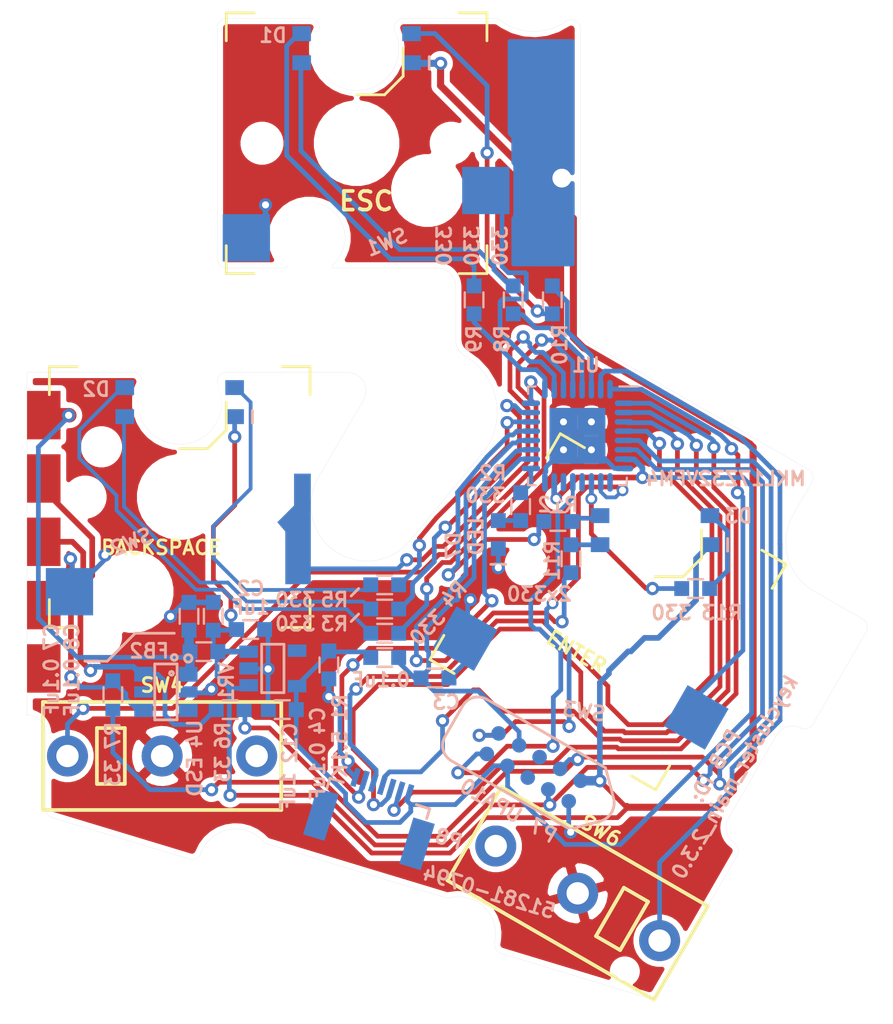
<source format=kicad_pcb>
(kicad_pcb (version 20171130) (host pcbnew 5.1.6-c6e7f7d~87~ubuntu20.04.1)
  (title_block (title "UHK Key Cluster Module - Main Board") (rev 2.3.0) (company "Ultimate Gadget Laboratories Kft."))
  (layers (0 F.Cu signal) (31 B.Cu signal) (34 B.Paste user) (35 F.Paste user) (36 B.SilkS user) (37 F.SilkS user) (38 B.Mask user) (39 F.Mask user) (44 Edge.Cuts user))
  (net 0 "")
  (net 1 GND)
  (net 2 /SCL_BOTTOM)
  (net 3 /SDA_BOTTOM)
  (net 4 /VCC_BOTTOM)
  (net 5 /RESET)
  (net 6 +3V3)
  (net 7 +5V)
  (net 8 /SCL)
  (net 9 /TEST_LED_R)
  (net 10 /TEST_LED)
  (net 11 /SWDIO)
  (net 12 /SWDCLK)
  (net 13 /TB_UP)
  (net 14 /TB_RIGHT)
  (net 15 /TB_LEFT)
  (net 16 /TB_DOWN)
  (net 17 /TPM0_CH2)
  (net 18 /TPM0_CH1)
  (net 19 /TPM0_CH0)
  (net 20 /TPM2_CH0)
  (net 21 /TPM1_CH1)
  (net 22 /TPM1_CH0)
  (net 23 /TPM0_CH5)
  (net 24 /TPM0_CH4)
  (net 25 /TPM0_CH3)
  (net 26 /SDA)
  (net 27 "Net-(P2-Pad5)")
  (net 28 "Net-(P7-Pad6)")
  (net 29 "Net-(P7-Pad5)")
  (net 30 "Net-(U1-Pad9)")
  (net 31 "Net-(U1-Pad12)")
  (net 32 "Net-(U1-Pad14)")
  (net 33 "Net-(VR1-Pad4)")
  (net 34 "Net-(D1-Pad2)")
  (net 35 "Net-(D1-Pad1)")
  (net 36 "Net-(D1-Pad3)")
  (net 37 "Net-(D2-Pad2)")
  (net 38 "Net-(D2-Pad1)")
  (net 39 "Net-(D2-Pad3)")
  (net 40 "Net-(D3-Pad2)")
  (net 41 "Net-(D3-Pad1)")
  (net 42 "Net-(D3-Pad3)")
  (net 43 /SW5)
  (net 44 /SW1)
  (net 45 /SW2)
  (net 46 /SW3)
  (net 47 /SW4)
  (net 48 /SW6)
  (module UGL:S01_Hybrid_Socket (layer B.Cu) (at 156.2 112.86 150)
    (fp_text reference SW3 (at -1.557556 -5.278741 172) (layer B.SilkS) (effects (font (size 0.75 0.75)) (justify mirror)))
    (fp_text value S01_Socket hide)
    (pad "" np_thru_hole circle (at 0 0 330) (size 3.98018 3.98018) (drill 3.98018) (layers *.Cu *.Mask))
    (pad "" np_thru_hole circle (at -5.08 0 330) (size 1.69926 1.69926) (drill 1.69926) (layers *.Cu *.Mask))
    (pad "" np_thru_hole circle (at 5.08 0 330) (size 1.69926 1.69926) (drill 1.69926) (layers *.Cu *.Mask))
    (pad "" np_thru_hole circle (at 2.54 -5.08 330) (size 3.8 3.8) (drill 3.8) (layers *.Cu *.Mask))
    (pad "" np_thru_hole circle (at -3.81 -2.54 150) (size 3.3 3.3) (drill 3.3) (layers *.Cu *.Mask))
    (pad 1 smd rect (at -6.94 -2.54 330) (size 2.54 2.54) (layers B.Cu B.Paste B.Mask) (net 46 /SW3) (clearance 0.2032))
    (pad 2 smd rect (at 5.92 -5.08 330) (size 2.54 2.54) (layers B.Cu B.Paste B.Mask) (net 1 GND) (clearance 0.2032))
  )
  (module UGL:S01_Hybrid_Socket_Backslash (layer B.Cu) (at 133.2 106.7 180)
    (fp_text reference SW2 (at 2.590488 -2.410302 202) (layer B.SilkS) (effects (font (size 0.75 0.75)) (justify mirror)))
    (fp_text value S01_Socket hide)
    (pad "" np_thru_hole circle (at 0 0) (size 3.98018 3.98018) (drill 3.98018) (layers *.Cu *.Mask))
    (pad "" np_thru_hole circle (at -5.08 0) (size 1.69926 1.69926) (drill 1.69926) (layers *.Cu *.Mask))
    (pad "" np_thru_hole circle (at 5.08 0) (size 1.69926 1.69926) (drill 1.69926) (layers *.Cu *.Mask))
    (pad "" np_thru_hole circle (at 2.54 -5.08) (size 3.8 3.8) (drill 3.8) (layers *.Cu *.Mask))
    (pad "" np_thru_hole circle (at -3.81 -2.54 180) (size 3.3 3.3) (drill 3.3) (layers *.Cu *.Mask))
    (pad 1 smd custom (at -6.12 -2.54 180) (size 0.5 0.5) (layers B.Cu B.Paste B.Mask) (net 45 /SW2) (clearance 0.2032) (options (clearance outline) (anchor circle)) (primitives (gr_poly (pts (xy -0.92 3.8) (xy -0.92 -2.14) (xy 0.45 -2.14) (xy 0.45 0.69) (xy 0.88 1.19) (xy -0.02 2.09) (xy -0.02 3.8)) (width 0))))
    (pad 2 smd rect (at 5.92 -5.08) (size 2.54 2.54) (layers B.Cu B.Paste B.Mask) (net 1 GND) (clearance 0.2032))
  )
  (module UGL:S01_Hybrid_Socket (layer B.Cu) (at 142.7 87.7 180)
    (fp_text reference SW1 (at -1.609512 -5.310302 202) (layer B.SilkS) (effects (font (size 0.75 0.75)) (justify mirror)))
    (fp_text value S01_Socket hide)
    (pad "" np_thru_hole circle (at 0 0) (size 3.98018 3.98018) (drill 3.98018) (layers *.Cu *.Mask))
    (pad "" np_thru_hole circle (at -5.08 0) (size 1.69926 1.69926) (drill 1.69926) (layers *.Cu *.Mask))
    (pad "" np_thru_hole circle (at 5.08 0) (size 1.69926 1.69926) (drill 1.69926) (layers *.Cu *.Mask))
    (pad "" np_thru_hole circle (at 2.54 -5.08) (size 3.8 3.8) (drill 3.8) (layers *.Cu *.Mask))
    (pad "" np_thru_hole circle (at -3.81 -2.54 180) (size 3.3 3.3) (drill 3.3) (layers *.Cu *.Mask))
    (pad 1 smd rect (at -6.94 -2.54) (size 2.54 2.54) (layers B.Cu B.Paste B.Mask) (net 44 /SW1) (clearance 0.2032))
    (pad 2 smd rect (at 5.92 -5.08) (size 2.54 2.54) (layers B.Cu B.Paste B.Mask) (net 1 GND) (clearance 0.2032))
  )
  (module UGL:QFN-32_EP_5x5_Pitch0.5mm (layer B.Cu) (at 154.559512 103.410302 180)
    (fp_text reference U1 (at -0.45 3.8) (layer B.SilkS) (effects (font (size 0.746 0.746)) (justify mirror)))
    (fp_text value MKL17Z32VFM4 (at -7.95 -2.3) (layer B.SilkS) (effects (font (size 0.746 0.746) (thickness 0.15094)) (justify mirror)))
    (pad 33 thru_hole circle (at 0.75 -0.75 180) (size 0.75 0.75) (drill 0.375) (layers *.Cu *.Mask) (net 1 GND))
    (pad 33 thru_hole circle (at 0.75 0.75 180) (size 0.75 0.75) (drill 0.375) (layers *.Cu *.Mask) (net 1 GND))
    (pad 33 thru_hole circle (at -0.75 -0.75 180) (size 0.75 0.75) (drill 0.375) (layers *.Cu *.Mask) (net 1 GND))
    (pad 33 thru_hole circle (at -0.75 0.75 180) (size 0.75 0.75) (drill 0.375) (layers *.Cu *.Mask) (net 1 GND))
    (pad 33 smd rect (at 0.75 -0.75 180) (size 1.5 1.5) (layers B.Cu B.Paste B.Mask) (net 1 GND))
    (pad 33 smd rect (at 0.75 0.75 180) (size 1.5 1.5) (layers B.Cu B.Paste B.Mask) (net 1 GND))
    (pad 33 smd rect (at -0.75 -0.75 180) (size 1.5 1.5) (layers B.Cu B.Paste B.Mask) (net 1 GND))
    (pad 33 smd rect (at -0.75 0.75 180) (size 1.5 1.5) (layers B.Cu B.Paste B.Mask) (net 1 GND))
    (pad 32 smd oval (at -1.75 2.5 180) (size 0.3 1) (layers B.Cu B.Paste B.Mask) (net 46 /SW3))
    (pad 31 smd oval (at -1.25 2.5 180) (size 0.3 1) (layers B.Cu B.Paste B.Mask) (net 48 /SW6))
    (pad 30 smd oval (at -0.75 2.5 180) (size 0.3 1) (layers B.Cu B.Paste B.Mask) (net 23 /TPM0_CH5))
    (pad 29 smd oval (at -0.25 2.5 180) (size 0.3 1) (layers B.Cu B.Paste B.Mask) (net 24 /TPM0_CH4))
    (pad 28 smd oval (at 0.25 2.5 180) (size 0.3 1) (layers B.Cu B.Paste B.Mask) (net 47 /SW4))
    (pad 27 smd oval (at 0.75 2.5 180) (size 0.3 1) (layers B.Cu B.Paste B.Mask) (net 45 /SW2))
    (pad 26 smd oval (at 1.25 2.5 180) (size 0.3 1) (layers B.Cu B.Paste B.Mask) (net 44 /SW1))
    (pad 25 smd oval (at 1.75 2.5 180) (size 0.3 1) (layers B.Cu B.Paste B.Mask) (net 25 /TPM0_CH3))
    (pad 24 smd oval (at 2.5 1.75 90) (size 0.3 1) (layers B.Cu B.Paste B.Mask) (net 17 /TPM0_CH2))
    (pad 23 smd oval (at 2.5 1.25 90) (size 0.3 1) (layers B.Cu B.Paste B.Mask) (net 18 /TPM0_CH1))
    (pad 22 smd oval (at 2.5 0.75 90) (size 0.3 1) (layers B.Cu B.Paste B.Mask) (net 19 /TPM0_CH0))
    (pad 21 smd oval (at 2.5 0.25 90) (size 0.3 1) (layers B.Cu B.Paste B.Mask) (net 21 /TPM1_CH1))
    (pad 20 smd oval (at 2.5 -0.25 90) (size 0.3 1) (layers B.Cu B.Paste B.Mask) (net 22 /TPM1_CH0))
    (pad 19 smd oval (at 2.5 -0.75 90) (size 0.3 1) (layers B.Cu B.Paste B.Mask) (net 5 /RESET))
    (pad 18 smd oval (at 2.5 -1.25 90) (size 0.3 1) (layers B.Cu B.Paste B.Mask) (net 43 /SW5))
    (pad 17 smd oval (at 2.5 -1.75 90) (size 0.3 1) (layers B.Cu B.Paste B.Mask) (net 10 /TEST_LED))
    (pad 16 smd oval (at 1.75 -2.5 180) (size 0.3 1) (layers B.Cu B.Paste B.Mask) (net 1 GND))
    (pad 15 smd oval (at 1.25 -2.5 180) (size 0.3 1) (layers B.Cu B.Paste B.Mask) (net 6 +3V3))
    (pad 14 smd oval (at 0.75 -2.5 180) (size 0.3 1) (layers B.Cu B.Paste B.Mask) (net 32 "Net-(U1-Pad14)"))
    (pad 13 smd oval (at 0.25 -2.5 180) (size 0.3 1) (layers B.Cu B.Paste B.Mask) (net 11 /SWDIO))
    (pad 12 smd oval (at -0.25 -2.5 180) (size 0.3 1) (layers B.Cu B.Paste B.Mask) (net 31 "Net-(U1-Pad12)"))
    (pad 11 smd oval (at -0.75 -2.5 180) (size 0.3 1) (layers B.Cu B.Paste B.Mask) (net 20 /TPM2_CH0))
    (pad 10 smd oval (at -1.25 -2.5 180) (size 0.3 1) (layers B.Cu B.Paste B.Mask) (net 12 /SWDCLK))
    (pad 9 smd oval (at -1.75 -2.5 180) (size 0.3 1) (layers B.Cu B.Paste B.Mask) (net 30 "Net-(U1-Pad9)"))
    (pad 8 smd oval (at -2.5 -1.75 90) (size 0.3 1) (layers B.Cu B.Paste B.Mask) (net 1 GND))
    (pad 7 smd oval (at -2.5 -1.25 90) (size 0.3 1) (layers B.Cu B.Paste B.Mask) (net 6 +3V3))
    (pad 6 smd oval (at -2.5 -0.75 90) (size 0.3 1) (layers B.Cu B.Paste B.Mask) (net 8 /SCL))
    (pad 5 smd oval (at -2.5 -0.25 90) (size 0.3 1) (layers B.Cu B.Paste B.Mask) (net 26 /SDA))
    (pad 4 smd oval (at -2.5 0.25 90) (size 0.3 1) (layers B.Cu B.Paste B.Mask) (net 14 /TB_RIGHT))
    (pad 3 smd oval (at -2.5 0.75 90) (size 0.3 1) (layers B.Cu B.Paste B.Mask) (net 16 /TB_DOWN))
    (pad 2 smd oval (at -2.5 1.25 90) (size 0.3 1) (layers B.Cu B.Paste B.Mask) (net 13 /TB_UP))
    (pad 1 smd oval (at -2.5 1.75 90) (size 0.3 1) (layers B.Cu B.Paste B.Mask) (net 15 /TB_LEFT))
  )
  (module UGL:UHK_Logo_12x3.4_mm (layer B.Cu) (at 152.659512 88.310302 90)
    (fp_text reference G*** hide)
    (fp_text value LOGO hide)
  )
  (module UGL:hole_1.0mm (layer F.Cu) (at 156.709512 130.010302)
    (fp_text reference hole hide)
    (fp_text value 1.0mm hide)
    (pad "" np_thru_hole circle (at 0.39416 2.157691) (size 1 1) (drill 1) (layers *.Cu *.Mask))
  )
  (module UGL:hole_1.0mm (layer F.Cu) (at 153.209512 88.010302)
    (fp_text reference hole hide)
    (fp_text value 1.0mm hide)
    (pad "" np_thru_hole circle (at 0.510676 1.563224) (size 1 1) (drill 1) (layers *.Cu *.Mask))
  )
  (module UGL:CMI126603D08 (layer F.Cu) (at 154.572235 127.973381 150)
    (fp_text reference SW6 (at 0.610026 3.53115 150) (layer F.SilkS) (effects (font (size 0.75 0.75))))
    (fp_text value CMI126603D08 hide)
    (pad "" thru_hole circle (at 5.08 0 150) (size 2.2 2.2) (drill 1.2) (layers *.Cu *.Mask))
    (pad 2 thru_hole circle (at 0 0 150) (size 2.2 2.2) (drill 1.2) (layers *.Cu *.Mask) (net 1 GND))
    (pad 1 thru_hole circle (at -5.08 0 150) (size 2.2 2.2) (drill 1.2) (layers *.Cu *.Mask) (net 48 /SW6))
  )
  (module UGL:CMI126603D08 (layer F.Cu) (at 132.254409 120.600007)
    (fp_text reference SW4 (at 0 -3.8) (layer F.SilkS) (effects (font (size 0.75 0.75))))
    (fp_text value CMI126603D08 hide)
    (pad "" thru_hole circle (at 5.08 0) (size 2.2 2.2) (drill 1.2) (layers *.Cu *.Mask))
    (pad 2 thru_hole circle (at 0 0) (size 2.2 2.2) (drill 1.2) (layers *.Cu *.Mask) (net 1 GND))
    (pad 1 thru_hole circle (at -5.08 0) (size 2.2 2.2) (drill 1.2) (layers *.Cu *.Mask) (net 47 /SW4))
  )
  (module UGL:SM0603 (layer B.Cu) (at 160.909512 111.610302 180)
    (fp_text reference R13 (at -1.4 -1.3) (layer B.SilkS) (effects (font (size 0.75 0.75)) (justify mirror)))
    (fp_text value 330 (at 1.3 -1.3) (layer B.SilkS) (effects (font (size 0.75 0.75)) (justify mirror)))
    (pad 2 smd rect (at 0.75 0 180) (size 0.8 0.8) (layers B.Cu B.Paste B.Mask) (net 20 /TPM2_CH0))
    (pad 1 smd rect (at -0.75 0 180) (size 0.8 0.8) (layers B.Cu B.Paste B.Mask) (net 42 "Net-(D3-Pad3)"))
  )
  (module UGL:SM0603 (layer B.Cu) (at 153.509512 108.010302 180)
    (fp_text reference R12 (at 0 0.9) (layer B.SilkS) (effects (font (size 0.75 0.75)) (justify mirror)))
    (fp_text value 330 hide)
    (pad 2 smd rect (at 0.75 0 180) (size 0.8 0.8) (layers B.Cu B.Paste B.Mask) (net 21 /TPM1_CH1))
    (pad 1 smd rect (at -0.75 0 180) (size 0.8 0.8) (layers B.Cu B.Paste B.Mask) (net 41 "Net-(D3-Pad1)"))
  )
  (module UGL:SM0603 (layer B.Cu) (at 154.209512 110.010302 270)
    (fp_text reference R11 (at 0.1 1 270) (layer B.SilkS) (effects (font (size 0.75 0.75)) (justify mirror)))
    (fp_text value 330 hide)
    (pad 2 smd rect (at 0.75 0 270) (size 0.8 0.8) (layers B.Cu B.Paste B.Mask) (net 22 /TPM1_CH0))
    (pad 1 smd rect (at -0.75 0 270) (size 0.8 0.8) (layers B.Cu B.Paste B.Mask) (net 40 "Net-(D3-Pad2)"))
  )
  (module UGL:SM0603 (layer B.Cu) (at 153.209512 96.110302 90)
    (fp_text reference R10 (at -2.4 0.4 90) (layer B.SilkS) (effects (font (size 0.75 0.75)) (justify mirror)))
    (fp_text value 330 (at 2.9 -2.8 90) (layer B.SilkS) (effects (font (size 0.75 0.75)) (justify mirror)))
    (pad 2 smd rect (at 0.75 0 90) (size 0.8 0.8) (layers B.Cu B.Paste B.Mask) (net 23 /TPM0_CH5))
    (pad 1 smd rect (at -0.75 0 90) (size 0.8 0.8) (layers B.Cu B.Paste B.Mask) (net 36 "Net-(D1-Pad3)"))
  )
  (module UGL:SM0603 (layer B.Cu) (at 149.009512 96.110302 270)
    (fp_text reference R9 (at 2.1 0 270) (layer B.SilkS) (effects (font (size 0.75 0.75)) (justify mirror)))
    (fp_text value 330 (at -2.9 1.6 270) (layer B.SilkS) (effects (font (size 0.75 0.75)) (justify mirror)))
    (pad 1 smd rect (at -0.75 0 270) (size 0.8 0.8) (layers B.Cu B.Paste B.Mask) (net 35 "Net-(D1-Pad1)"))
    (pad 2 smd rect (at 0.75 0 270) (size 0.8 0.8) (layers B.Cu B.Paste B.Mask) (net 25 /TPM0_CH3))
  )
  (module UGL:SM0603 (layer B.Cu) (at 151.109512 96.110302 270)
    (fp_text reference R8 (at 2.1 0.6 90) (layer B.SilkS) (effects (font (size 0.75 0.75)) (justify mirror)))
    (fp_text value 330 (at -2.9 2.2 90) (layer B.SilkS) (effects (font (size 0.75 0.75)) (justify mirror)))
    (pad 2 smd rect (at 0.75 0 270) (size 0.8 0.8) (layers B.Cu B.Paste B.Mask) (net 24 /TPM0_CH4))
    (pad 1 smd rect (at -0.75 0 270) (size 0.8 0.8) (layers B.Cu B.Paste B.Mask) (net 34 "Net-(D1-Pad2)"))
  )
  (module UGL:SM0603 (layer B.Cu) (at 144.209512 111.410302)
    (fp_text reference R5 (at -2.7 0.8) (layer B.SilkS) (effects (font (size 0.75 0.75)) (justify mirror)))
    (fp_text value 330 (at -4.8 0.8) (layer B.SilkS) (effects (font (size 0.75 0.75)) (justify mirror)))
    (pad 1 smd rect (at -0.75 0) (size 0.8 0.8) (layers B.Cu B.Paste B.Mask) (net 39 "Net-(D2-Pad3)"))
    (pad 2 smd rect (at 0.75 0) (size 0.8 0.8) (layers B.Cu B.Paste B.Mask) (net 19 /TPM0_CH0))
  )
  (module UGL:SM0603 (layer B.Cu) (at 144.209512 114.010302)
    (fp_text reference R4 (at 3.7 -2.1 45) (layer B.SilkS) (effects (font (size 0.75 0.75)) (justify mirror)))
    (fp_text value 330 (at 2.3 -0.3 45) (layer B.SilkS) (effects (font (size 0.75 0.75)) (justify mirror)))
    (pad 2 smd rect (at 0.75 0) (size 0.8 0.8) (layers B.Cu B.Paste B.Mask) (net 17 /TPM0_CH2))
    (pad 1 smd rect (at -0.75 0) (size 0.8 0.8) (layers B.Cu B.Paste B.Mask) (net 38 "Net-(D2-Pad1)"))
  )
  (module UGL:SM0603 (layer B.Cu) (at 144.209512 112.710302)
    (fp_text reference R3 (at -2.7 0.8) (layer B.SilkS) (effects (font (size 0.75 0.75)) (justify mirror)))
    (fp_text value 330 (at -4.8 0.8) (layer B.SilkS) (effects (font (size 0.75 0.75)) (justify mirror)))
    (pad 2 smd rect (at 0.75 0) (size 0.8 0.8) (layers B.Cu B.Paste B.Mask) (net 18 /TPM0_CH1))
    (pad 1 smd rect (at -0.75 0) (size 0.8 0.8) (layers B.Cu B.Paste B.Mask) (net 37 "Net-(D2-Pad2)"))
  )
  (module UGL:UHK_Connector_TrackBall_Pcb (layer F.Cu) (at 123.8 100)
    (fp_text reference P2)
    (fp_text value CONN_5 hide)
    (pad 1 smd rect (at 2.1 2.3) (size 1.8 2.6) (layers F.Cu F.Mask) (net 4 /VCC_BOTTOM))
    (pad 2 smd rect (at 2.1 5.7) (size 1.8 2.6) (layers F.Cu F.Mask) (net 3 /SDA_BOTTOM))
    (pad 3 smd rect (at 2.1 9.1) (size 1.8 2.6) (layers F.Cu F.Mask) (net 2 /SCL_BOTTOM))
    (pad 4 smd rect (at 2.1 12.5) (size 1.8 2.6) (layers F.Cu F.Mask) (net 1 GND))
    (pad 5 smd rect (at 2.1 15.9) (size 1.8 2.6) (layers F.Cu F.Mask) (net 27 "Net-(P2-Pad5)"))
    (pad "" np_thru_hole circle (at 5.2 4) (size 1.6 1.6) (drill 1.6) (layers *.Cu *.Mask))
    (pad "" np_thru_hole circle (at 5.2 14.2) (size 1.6 1.6) (drill 1.6) (layers *.Cu *.Mask))
  )
  (module UGL:RGB_LED (layer B.Cu) (at 142.7 82.6)
    (fp_text reference D1 (at -4.490488 -0.689698) (layer B.SilkS) (effects (font (size 0.75 0.75)) (justify mirror)))
    (fp_text value RGB_LED hide)
    (pad 2 smd rect (at -2.95 0.78 270) (size 0.8 1) (layers B.Cu B.Paste B.Mask) (net 34 "Net-(D1-Pad2)"))
    (pad 1 smd rect (at -2.95 -0.78 270) (size 0.8 1) (layers B.Cu B.Paste B.Mask) (net 35 "Net-(D1-Pad1)"))
    (pad 4 smd rect (at 2.95 0.78 270) (size 0.8 1) (layers B.Cu B.Paste B.Mask) (net 7 +5V))
    (pad 3 smd rect (at 2.95 -0.78 270) (size 0.8 1) (layers B.Cu B.Paste B.Mask) (net 36 "Net-(D1-Pad3)"))
    (pad "" np_thru_hole circle (at 0 0) (size 4.5 4.5) (drill 4.5) (layers *.Cu *.Mask))
  )
  (module UGL:RGB_LED (layer B.Cu) (at 158.725 108.475)
    (fp_text reference D3 (at 4.484512 -0.764698 180) (layer B.SilkS) (effects (font (size 0.75 0.75)) (justify mirror)))
    (fp_text value RGB_LED hide)
    (pad 2 smd rect (at -2.95 0.78 270) (size 0.8 1) (layers B.Cu B.Paste B.Mask) (net 40 "Net-(D3-Pad2)"))
    (pad 1 smd rect (at -2.95 -0.78 270) (size 0.8 1) (layers B.Cu B.Paste B.Mask) (net 41 "Net-(D3-Pad1)"))
    (pad 4 smd rect (at 2.95 0.78 270) (size 0.8 1) (layers B.Cu B.Paste B.Mask) (net 7 +5V))
    (pad 3 smd rect (at 2.95 -0.78 270) (size 0.8 1) (layers B.Cu B.Paste B.Mask) (net 42 "Net-(D3-Pad3)"))
    (pad "" np_thru_hole circle (at 0 0) (size 4.5 4.5) (drill 4.5) (layers *.Cu *.Mask))
  )
  (module UGL:RGB_LED (layer B.Cu) (at 133.2 101.6)
    (fp_text reference D2 (at -4.490488 -0.689698 180) (layer B.SilkS) (effects (font (size 0.75 0.75)) (justify mirror)))
    (fp_text value RGB_LED hide)
    (pad 2 smd rect (at -2.95 0.78 270) (size 0.8 1) (layers B.Cu B.Paste B.Mask) (net 37 "Net-(D2-Pad2)"))
    (pad 1 smd rect (at -2.95 -0.78 270) (size 0.8 1) (layers B.Cu B.Paste B.Mask) (net 38 "Net-(D2-Pad1)"))
    (pad 4 smd rect (at 2.95 0.78 270) (size 0.8 1) (layers B.Cu B.Paste B.Mask) (net 7 +5V))
    (pad 3 smd rect (at 2.95 -0.78 270) (size 0.8 1) (layers B.Cu B.Paste B.Mask) (net 39 "Net-(D2-Pad3)"))
    (pad "" np_thru_hole circle (at 0 0) (size 4.5 4.5) (drill 4.5) (layers *.Cu *.Mask))
  )
  (module UGL:hole_4.0mm (layer F.Cu) (at 144.819992 119.149002)
    (fp_text reference "hole 2.2mm" hide)
    (fp_text value VAL** hide)
    (pad "" np_thru_hole circle (at 0 0) (size 4 4) (drill 4) (layers *.Cu *.Mask))
  )
  (module UGL:SM0603_Diode (layer B.Cu) (at 150.309512 108.710302 90)
    (fp_text reference D7 (at -0.6 -2.4 90) (layer B.SilkS) (effects (font (size 0.75 0.75)) (justify mirror)))
    (fp_text value LED (at -0.1 -1.2 270) (layer B.SilkS) (effects (font (size 0.75 0.75)) (justify mirror)))
    (pad 1 smd rect (at -0.75 0 90) (size 0.8 0.8) (layers B.Cu B.Paste B.Mask) (net 1 GND))
    (pad 2 smd rect (at 0.75 0 90) (size 0.8 0.8) (layers B.Cu B.Paste B.Mask) (net 9 /TEST_LED_R))
  )
  (module UGL:Tag_Connect_2x5_Header_With_No_Legs_Parallel_Numbering (layer B.Cu) (at 152.209512 121.210302 150)
    (fp_text reference P7 (at -2.133013 -2.694486 150) (layer B.SilkS) (effects (font (size 0.75 0.75)) (justify mirror)))
    (fp_text value CONN_10 hide)
    (pad "" np_thru_hole circle (at 3.95 -1.016 150) (size 0.98552 0.98552) (drill 0.98552) (layers *.Cu *.Mask))
    (pad "" np_thru_hole circle (at 3.95 1.016 150) (size 0.98552 0.98552) (drill 0.98552) (layers *.Cu *.Mask))
    (pad "" np_thru_hole circle (at -3.81 0 150) (size 0.98806 0.98806) (drill 0.98806) (layers *.Cu *.Mask))
    (pad 6 connect circle (at 0 0.635 150) (size 0.78486 0.78486) (layers B.Cu B.Mask) (net 28 "Net-(P7-Pad6)"))
    (pad 5 connect circle (at 0 -0.635 150) (size 0.78486 0.78486) (layers B.Cu B.Mask) (net 29 "Net-(P7-Pad5)"))
    (pad 4 connect circle (at -1.27 0.635 150) (size 0.78486 0.78486) (layers B.Cu B.Mask) (net 26 /SDA))
    (pad 3 connect circle (at -1.27 -0.635 150) (size 0.78486 0.78486) (layers B.Cu B.Mask) (net 8 /SCL))
    (pad 2 connect circle (at -2.54 0.635 150) (size 0.78486 0.78486) (layers B.Cu B.Mask) (net 7 +5V))
    (pad 1 connect circle (at -2.54 -0.635 150) (size 0.78486 0.78486) (layers B.Cu B.Mask) (net 1 GND))
    (pad 7 connect circle (at 1.27 -0.635 150) (size 0.78486 0.78486) (layers B.Cu B.Mask) (net 6 +3V3))
    (pad 9 connect circle (at 2.54 -0.635 150) (size 0.78486 0.78486) (layers B.Cu B.Mask) (net 11 /SWDIO))
    (pad 8 connect circle (at 1.27 0.635 150) (size 0.78486 0.78486) (layers B.Cu B.Mask) (net 5 /RESET))
    (pad 10 connect circle (at 2.54 0.635 150) (size 0.78486 0.78486) (layers B.Cu B.Mask) (net 12 /SWDCLK))
  )
  (module UGL:FFC_Connector_51281-0794 (layer B.Cu) (at 142.909512 126.010302 163)
    (fp_text reference P8 (at -4.254681 2.290743 343) (layer B.SilkS) (effects (font (size 0.75 0.75)) (justify mirror)))
    (fp_text value CONN_7 hide)
    (pad 2 smd rect (at -1 4 163) (size 0.3 1) (layers B.Cu B.Paste B.Mask) (net 15 /TB_LEFT) (clearance 0.1778))
    (pad 5 smd rect (at 0.5 4 163) (size 0.3 1) (layers B.Cu B.Paste B.Mask) (net 14 /TB_RIGHT) (clearance 0.1778))
    (pad "" smd rect (at 2.7 1.55 163) (size 1.2 2.6) (layers B.Cu B.Paste B.Mask))
    (pad 3 smd rect (at -0.5 4 163) (size 0.3 1) (layers B.Cu B.Paste B.Mask) (net 16 /TB_DOWN) (clearance 0.1778))
    (pad 4 smd rect (at 0 4 163) (size 0.3 1) (layers B.Cu B.Paste B.Mask) (net 13 /TB_UP) (clearance 0.1778))
    (pad "" smd rect (at -2.7 1.55 163) (size 1.2 2.6) (layers B.Cu B.Paste B.Mask))
    (pad 1 smd rect (at -1.5 4 163) (size 0.3 1) (layers B.Cu B.Paste B.Mask) (net 6 +3V3) (clearance 0.1778))
    (pad 6 smd rect (at 1 4 163) (size 0.3 1) (layers B.Cu B.Paste B.Mask) (net 43 /SW5) (clearance 0.1778))
    (pad 7 smd rect (at 1.5 4 163) (size 0.3 1) (layers B.Cu B.Paste B.Mask) (net 1 GND) (clearance 0.1778))
  )
  (module UGL:SM0603 (layer B.Cu) (at 144.209512 115.310302)
    (fp_text reference R1 (at -2.4 2.7 270) (layer B.SilkS) (effects (font (size 0.75 0.75)) (justify mirror)))
    (fp_text value 5.1K (at -2.4 5.2 270) (layer B.SilkS) (effects (font (size 0.75 0.75)) (justify mirror)))
    (pad 1 smd rect (at -0.75 0) (size 0.8 0.8) (layers B.Cu B.Paste B.Mask) (net 6 +3V3))
    (pad 2 smd rect (at 0.75 0) (size 0.8 0.8) (layers B.Cu B.Paste B.Mask) (net 5 /RESET))
  )
  (module UGL:SM0603 (layer B.Cu) (at 137.009512 113.810302 180)
    (fp_text reference C2 (at 0 2.2 180) (layer B.SilkS) (effects (font (size 0.75 0.75)) (justify mirror)))
    (fp_text value 1uF (at 0 1.2) (layer B.SilkS) (effects (font (size 0.75 0.75)) (justify mirror)))
    (pad 2 smd rect (at 0.75 0 180) (size 0.8 0.8) (layers B.Cu B.Paste B.Mask) (net 7 +5V))
    (pad 1 smd rect (at -0.75 0 180) (size 0.8 0.8) (layers B.Cu B.Paste B.Mask) (net 1 GND))
  )
  (module UGL:SM0603 (layer B.Cu) (at 138.709512 118.110302)
    (fp_text reference C12 (at 0.4 1.8 90) (layer B.SilkS) (effects (font (size 0.75 0.75)) (justify mirror)))
    (fp_text value 1uF (at 0.3 4.4 270) (layer B.SilkS) (effects (font (size 0.75 0.75)) (justify mirror)))
    (pad 2 smd rect (at 0.75 0) (size 0.8 0.8) (layers B.Cu B.Paste B.Mask) (net 6 +3V3))
    (pad 1 smd rect (at -0.75 0) (size 0.8 0.8) (layers B.Cu B.Paste B.Mask) (net 1 GND))
  )
  (module UGL:SM0603 (layer B.Cu) (at 129.609512 117.310302 90)
    (fp_text reference R7 (at -2.2 0 90) (layer B.SilkS) (effects (font (size 0.75 0.75)) (justify mirror)))
    (fp_text value 33 (at -4.2 0 90) (layer B.SilkS) (effects (font (size 0.75 0.75)) (justify mirror)))
    (pad 2 smd rect (at 0.75 0 90) (size 0.8 0.8) (layers B.Cu B.Paste B.Mask) (net 2 /SCL_BOTTOM))
    (pad 1 smd rect (at -0.75 0 90) (size 0.8 0.8) (layers B.Cu B.Paste B.Mask) (net 8 /SCL))
  )
  (module UGL:SM0603 (layer B.Cu) (at 135.909512 118.110302 180)
    (fp_text reference R6 (at 0.4 -1.4 90) (layer B.SilkS) (effects (font (size 0.75 0.75)) (justify mirror)))
    (fp_text value 33 (at 0.4 -3.2 90) (layer B.SilkS) (effects (font (size 0.75 0.75)) (justify mirror)))
    (pad 2 smd rect (at 0.75 0 180) (size 0.8 0.8) (layers B.Cu B.Paste B.Mask) (net 3 /SDA_BOTTOM))
    (pad 1 smd rect (at -0.75 0 180) (size 0.8 0.8) (layers B.Cu B.Paste B.Mask) (net 26 /SDA))
  )
  (module UGL:SM0603 (layer B.Cu) (at 151.509512 107.210302 90)
    (fp_text reference R2 (at 1.8 -1.5 180) (layer B.SilkS) (effects (font (size 0.75 0.75)) (justify mirror)))
    (fp_text value 330 (at 0.6 -1.9) (layer B.SilkS) (effects (font (size 0.75 0.75)) (justify mirror)))
    (pad 2 smd rect (at 0.75 0 90) (size 0.8 0.8) (layers B.Cu B.Paste B.Mask) (net 10 /TEST_LED))
    (pad 1 smd rect (at -0.75 0 90) (size 0.8 0.8) (layers B.Cu B.Paste B.Mask) (net 9 /TEST_LED_R))
  )
  (module UGL:SM0603 (layer B.Cu) (at 133.7 113.1 270)
    (fp_text reference C7 (at 1.110302 7.390488 270) (layer B.SilkS) (effects (font (size 0.75 0.75)) (justify mirror)))
    (fp_text value 0.1uF (at 3.810302 7.390488 270) (layer B.SilkS) (effects (font (size 0.75 0.75)) (justify mirror)))
    (pad 2 smd rect (at 0.75 0 270) (size 0.8 0.8) (layers B.Cu B.Paste B.Mask) (net 4 /VCC_BOTTOM))
    (pad 1 smd rect (at -0.75 0 270) (size 0.8 0.8) (layers B.Cu B.Paste B.Mask) (net 1 GND))
  )
  (module UGL:SM0603 (layer B.Cu) (at 146.909512 116.410302 180)
    (fp_text reference C3 (at -0.6 -1.3 180) (layer B.SilkS) (effects (font (size 0.75 0.75)) (justify mirror)))
    (fp_text value 0.1uF (at 2.9 -0.1 180) (layer B.SilkS) (effects (font (size 0.75 0.75)) (justify mirror)))
    (pad 2 smd rect (at 0.75 0 180) (size 0.8 0.8) (layers B.Cu B.Paste B.Mask) (net 5 /RESET))
    (pad 1 smd rect (at -0.75 0 180) (size 0.8 0.8) (layers B.Cu B.Paste B.Mask) (net 1 GND))
  )
  (module UGL:SC-74-TVS (layer B.Cu) (at 132.459512 117.160302 270)
    (fp_text reference U4 (at 2.25 -1.55 90) (layer B.SilkS) (effects (font (size 0.75 0.75)) (justify mirror)))
    (fp_text value ESD (at 4.55 -1.55 270) (layer B.SilkS) (effects (font (size 0.75 0.75)) (justify mirror)))
    (pad 3 smd rect (at 0.95 -1.2 270) (size 0.8 1) (layers B.Cu B.Paste B.Mask))
    (pad 2 smd rect (at 0 -1.2 270) (size 0.6 1) (layers B.Cu B.Paste B.Mask) (net 1 GND))
    (pad 1 smd rect (at -0.95 -1.2 270) (size 0.8 1) (layers B.Cu B.Paste B.Mask) (net 4 /VCC_BOTTOM))
    (pad 4 smd rect (at 0.95 1.2 270) (size 0.8 1) (layers B.Cu B.Paste B.Mask) (net 2 /SCL_BOTTOM))
    (pad 5 smd rect (at -0.95 1.2 270) (size 0.8 1) (layers B.Cu B.Paste B.Mask) (net 3 /SDA_BOTTOM))
    (pad "" smd rect (at 0 1.2 270) (size 0.6 1) (layers B.Cu B.Paste B.Mask))
  )
  (module UGL:SM0603 (layer B.Cu) (at 134.5 115)
    (fp_text reference FB2 (at -2.940488 -0.039698 180) (layer B.SilkS) (effects (font (size 0.75 0.75)) (justify mirror)))
    (fp_text value FERRITE_BEAD hide)
    (pad 2 smd rect (at 0.75 0) (size 0.8 0.8) (layers B.Cu B.Paste B.Mask) (net 7 +5V))
    (pad 1 smd rect (at -0.75 0) (size 0.8 0.8) (layers B.Cu B.Paste B.Mask) (net 4 /VCC_BOTTOM))
  )
  (module UGL:SOT-23-5 (layer B.Cu) (at 138.2 115.9 270)
    (fp_text reference VR1 (at 0.710302 2.490488 90) (layer B.SilkS) (effects (font (size 0.75 0.75)) (justify mirror)))
    (fp_text value MIC5504-3.3YM5 hide)
    (pad 1 smd rect (at 0.9 1.3 270) (size 0.66 1) (layers B.Cu B.Paste B.Mask) (net 7 +5V))
    (pad 3 smd rect (at -0.9 1.3 270) (size 0.66 1) (layers B.Cu B.Paste B.Mask) (net 7 +5V))
    (pad 4 smd rect (at -0.9525 -1.3 270) (size 0.66 1) (layers B.Cu B.Paste B.Mask) (net 33 "Net-(VR1-Pad4)"))
    (pad 5 smd rect (at 0.9525 -1.3 270) (size 0.66 1) (layers B.Cu B.Paste B.Mask) (net 6 +3V3))
    (pad 2 smd rect (at 0 1.3 270) (size 0.66 1) (layers B.Cu B.Paste B.Mask) (net 1 GND))
  )
  (module UGL:SM0603 (layer B.Cu) (at 135 113.1 270)
    (fp_text reference C8 (at 1.110302 7.590488 90) (layer B.SilkS) (effects (font (size 0.75 0.75)) (justify mirror)))
    (fp_text value 0.1uF (at 3.810302 7.590488 270) (layer B.SilkS) (effects (font (size 0.75 0.75)) (justify mirror)))
    (pad 2 smd rect (at 0.75 0 270) (size 0.8 0.8) (layers B.Cu B.Paste B.Mask) (net 7 +5V))
    (pad 1 smd rect (at -0.75 0 270) (size 0.8 0.8) (layers B.Cu B.Paste B.Mask) (net 1 GND))
  )
  (module UGL:SM0603 (layer B.Cu) (at 141.209512 115.710302 90)
    (fp_text reference C4 (at -3 -0.6 270) (layer B.SilkS) (effects (font (size 0.75 0.75)) (justify mirror)))
    (fp_text value 0.1uF (at -5.7 -0.6 270) (layer B.SilkS) (effects (font (size 0.75 0.75)) (justify mirror)))
    (pad 1 smd rect (at -0.75 0 90) (size 0.8 0.8) (layers B.Cu B.Paste B.Mask) (net 1 GND))
    (pad 2 smd rect (at 0.75 0 90) (size 0.8 0.8) (layers B.Cu B.Paste B.Mask) (net 6 +3V3))
  )
  (gr_text "PCB ID:\nkeycluster_main_2.3.0" (at 162.493312 121.437542 60) (layer B.SilkS) (effects (font (size 0.75 0.75)) (justify mirror)))
  (gr_text ENTER (at 154.509512 115.010302 330) (layer F.SilkS) (effects (font (size 0.75 0.75))))
  (gr_text BACKSPACE (at 132.209512 109.410302) (layer F.SilkS) (effects (font (size 0.75 0.75))))
  (gr_text ESC (at 143.209512 90.810302) (layer F.SilkS) (effects (font (size 1 1) (thickness 0.2))))
  (gr_line (start 142.409512 113.37881) (end 142.809512 112.97881) (layer B.SilkS) (width 0.15))
  (gr_line (start 142.409512 112.010302) (end 142.809512 111.610302) (layer B.SilkS) (width 0.15))
  (gr_line (start 129.309512 115.510302) (end 128.109512 115.510302) (layer B.SilkS) (width 0.15))
  (gr_line (start 130.809512 114.010302) (end 129.309512 115.510302) (layer B.SilkS) (width 0.15))
  (gr_line (start 132.909512 114.010302) (end 130.809512 114.010302) (layer B.SilkS) (width 0.15))
  (gr_text 2x330 (at 152.509512 111.910302) (layer B.SilkS) (effects (font (size 0.75 0.75)) (justify mirror)))
  (gr_circle (center 132.909512 115.310302) (end 132.859512 115.160302) (layer B.SilkS) (width 0.15))
  (gr_text UPA10 (at 149.909512 123.010302 330) (layer B.SilkS) (effects (font (size 0.75 0.75)) (justify mirror)))
  (gr_text 51281-0794 (at 149.809512 127.910302 343) (layer B.SilkS) (effects (font (size 0.75 0.75)) (justify mirror)))
  (gr_arc (start 162.705041 125.686938) (end 163.138053 125.93694) (angle -86.18053202) (layer Edge.Cuts) (width 0.01))
  (gr_arc (start 166.771894 118.642968) (end 166.551314 119.091666) (angle -86.18644742) (layer Edge.Cuts) (width 0.01))
  (gr_arc (start 163.539981 124.440785) (end 162.673949 123.940792) (angle -86.17140166) (layer Edge.Cuts) (width 0.01))
  (gr_arc (start 166.110154 119.989098) (end 166.551314 119.091666) (angle -86.1829029) (layer Edge.Cuts) (width 0.01))
  (gr_line (start 162.673949 123.940792) (end 165.244136 119.489098) (angle 90) (layer Edge.Cuts) (width 0.01))
  (gr_line (start 170.066093 113.937224) (end 167.204903 118.89295) (angle 90) (layer Edge.Cuts) (width 0.01))
  (gr_line (start 155.22 98.440621) (end 166.966404 105.222411) (angle 90) (layer Edge.Cuts) (width 0.01))
  (gr_line (start 154.72 81.57244) (end 154.72 97.574596) (angle 90) (layer Edge.Cuts) (width 0.01))
  (gr_line (start 145.231593 81) (end 150.120229 81) (angle 90) (layer Edge.Cuts) (width 0.01))
  (gr_line (start 135.72 81) (end 140.208407 81) (angle 90) (layer Edge.Cuts) (width 0.01))
  (gr_line (start 135.22 93.9) (end 135.22 81.5) (angle 90) (layer Edge.Cuts) (width 0.01))
  (gr_line (start 138.880154 94.4) (end 135.72 94.4) (angle 90) (layer Edge.Cuts) (width 0.01))
  (gr_line (start 147.020229 94.4) (end 141.479846 94.4) (angle 90) (layer Edge.Cuts) (width 0.01))
  (gr_line (start 148.020229 98.250569) (end 148.020229 95.4) (angle 90) (layer Edge.Cuts) (width 0.01))
  (gr_line (start 135.711593 100) (end 142.200372 100) (angle 90) (layer Edge.Cuts) (width 0.01))
  (gr_line (start 125 100) (end 130.688407 100) (angle 90) (layer Edge.Cuts) (width 0.01))
  (gr_line (start 125 118.4) (end 125 100) (angle 90) (layer Edge.Cuts) (width 0.01))
  (gr_line (start 133.720204 126.138185) (end 126.355213 123.910002) (angle 90) (layer Edge.Cuts) (width 0.01))
  (gr_line (start 158.285258 133.570026) (end 150.461556 131.203066) (angle 90) (layer Edge.Cuts) (width 0.01))
  (gr_line (start 163.138053 125.93694) (end 158.863058 133.341448) (angle 90) (layer Edge.Cuts) (width 0.01))
  (gr_arc (start 169.633084 113.687218) (end 170.066093 113.937224) (angle -90.00833556) (layer Edge.Cuts) (width 0.01))
  (gr_arc (start 166.716405 105.655419) (end 167.149417 105.905423) (angle -90.00615578) (layer Edge.Cuts) (width 0.01))
  (gr_arc (start 154.220008 81.572429) (end 154.72 81.57244) (angle -124.8492179) (layer Edge.Cuts) (width 0.01))
  (gr_arc (start 150.120226 81.5) (end 150.420229 81.1) (angle -36.88943714) (layer Edge.Cuts) (width 0.01))
  (gr_arc (start 145.231584 81.499988) (end 145.231593 81) (angle -114.0364211) (layer Edge.Cuts) (width 0.01))
  (gr_arc (start 140.208412 81.500004) (end 140.66506 81.703636) (angle -114.0297912) (layer Edge.Cuts) (width 0.01))
  (gr_arc (start 135.71999 81.499985) (end 135.72 81) (angle -90.00617496) (layer Edge.Cuts) (width 0.01))
  (gr_arc (start 135.719997 93.899995) (end 135.22 93.9) (angle -89.99268377) (layer Edge.Cuts) (width 0.01))
  (gr_arc (start 135.711595 100.500004) (end 135.711593 100) (angle -114.0343245) (layer Edge.Cuts) (width 0.01))
  (gr_arc (start 130.688407 100.499988) (end 131.14506 100.703636) (angle -114.043534) (layer Edge.Cuts) (width 0.01))
  (gr_arc (start 126.5 123.431426) (end 126 123.431424) (angle -73.17189905) (layer Edge.Cuts) (width 0.01))
  (gr_arc (start 133.864994 125.659616) (end 133.720204 126.138185) (angle -86.7482172) (layer Edge.Cuts) (width 0.01))
  (gr_arc (start 150.606346 130.724481) (end 150.119417 130.610898) (angle -86.28758978) (layer Edge.Cuts) (width 0.01))
  (gr_arc (start 158.430049 133.091449) (end 158.285258 133.570026) (angle -76.83980559) (layer Edge.Cuts) (width 0.01))
  (gr_line (start 169.88308 113.254211) (end 167.24879 111.733303) (angle 90) (layer Edge.Cuts) (width 0.01))
  (gr_arc (start 168.748802 109.135234) (end 166.150714 107.635227) (angle -90.00122449) (layer Edge.Cuts) (width 0.01))
  (gr_line (start 166.150714 107.635227) (end 167.149417 105.905423) (angle 90) (layer Edge.Cuts) (width 0.01))
  (gr_arc (start 152.220233 78.700001) (end 150.420229 81.1) (angle -71.71683681) (layer Edge.Cuts) (width 0.01))
  (gr_arc (start 146.748789 102.135221) (end 149.442034 104.370498) (angle -99.37641272) (layer Edge.Cuts) (width 0.01))
  (gr_line (start 149.442034 104.370498) (end 145.557285 109.051173) (angle 90) (layer Edge.Cuts) (width 0.01))
  (gr_arc (start 143.248811 107.135208) (end 140.658416 105.621965) (angle -170.6009218) (layer Edge.Cuts) (width 0.01))
  (gr_line (start 140.658416 105.621965) (end 143.063831 101.50442) (angle 90) (layer Edge.Cuts) (width 0.01))
  (gr_line (start 126 119.4) (end 126 123.431424) (angle 90) (layer Edge.Cuts) (width 0.01))
  (gr_arc (start 155.719995 97.574594) (end 154.72 97.574596) (angle -59.99427003) (layer Edge.Cuts) (width 0.01))
  (gr_arc (start 147.020238 95.400002) (end 148.020229 95.4) (angle -89.99594714) (layer Edge.Cuts) (width 0.01))
  (gr_arc (start 125.000005 119.400002) (end 126 119.4) (angle -89.99723698) (layer Edge.Cuts) (width 0.01))
  (gr_arc (start 142.720005 82.620004) (end 140.66506 81.703636) (angle -228.0675015) (layer Edge.Cuts) (width 0.01))
  (gr_arc (start 133.200009 101.620004) (end 131.14506 100.703636) (angle -228.0675735) (layer Edge.Cuts) (width 0.01))
  (gr_arc (start 149.020228 98.250565) (end 148.020229 98.250569) (angle -59.678186) (layer Edge.Cuts) (width 0.01))
  (gr_arc (start 142.200384 100.999991) (end 143.063831 101.50442) (angle -120.2964309) (layer Edge.Cuts) (width 0.01))
  (gr_arc (start 136.212917 126.51824) (end 137.696305 125.176761) (angle -117.7883954) (layer Edge.Cuts) (width 0.01))
  (gr_arc (start 148.17171 130.15654) (end 150.119417 130.610898) (angle -116.4660556) (layer Edge.Cuts) (width 0.01))
  (gr_arc (start 140.179997 92.779983) (end 141.414854 94.224) (angle -278.9287928) (layer Edge.Cuts) (width 0.01))
  (gr_arc (start 138.880149 94.299993) (end 138.880154 94.4) (angle -139.463402) (layer Edge.Cuts) (width 0.01))
  (gr_arc (start 141.479844 94.299993) (end 141.414854 94.224) (angle -139.4468392) (layer Edge.Cuts) (width 0.01))
  (gr_line (start 147.450299 128.202524) (end 137.922364 125.31997) (angle 90) (layer Edge.Cuts) (width 0.01))
  (gr_arc (start 138.067156 124.841394) (end 137.696305 125.176761) (angle -31.09807712) (layer Edge.Cuts) (width 0.01))
  (gr_arc (start 147.59508 127.723943) (end 147.450299 128.202524) (angle -30.07632645) (layer Edge.Cuts) (width 0.01))
  (segment (start 136.9 115.9) (end 136.9256 115.9256) (width 0.508) (layer B.Cu) (net 1))
  (via (at 137.9474 115.9256) (size 0.7112) (drill 0.381) (layers F.Cu B.Cu) (net 1))
  (segment (start 137.959512 115.937712) (end 137.9474 115.9256) (width 0.3048) (layer B.Cu) (net 1))
  (segment (start 137.9474 114.04819) (end 137.709512 113.810302) (width 0.254) (layer B.Cu) (net 1))
  (segment (start 137.9474 115.9256) (end 137.9474 114.04819) (width 0.254) (layer B.Cu) (net 1))
  (segment (start 149.442456 114.824409) (end 149.442456 114.813558) (width 0.254) (layer B.Cu) (net 1))
  (segment (start 157.057712 105.167902) (end 157.389512 105.167902) (width 0.3048) (layer B.Cu) (net 1))
  (segment (start 155.55271 104.160302) (end 155.309512 104.160302) (width 0.254) (layer B.Cu) (net 1))
  (segment (start 156.55271 105.160302) (end 155.55271 104.160302) (width 0.254) (layer B.Cu) (net 1))
  (segment (start 157.059512 105.160302) (end 156.55271 105.160302) (width 0.254) (layer B.Cu) (net 1))
  (segment (start 153.809512 104.153302) (end 153.809512 104.160302) (width 0.254) (layer B.Cu) (net 1))
  (segment (start 153.806512 104.150302) (end 153.809512 104.153302) (width 0.254) (layer B.Cu) (net 1))
  (segment (start 150.309512 109.460302) (end 150.309512 110.492102) (width 0.254) (layer B.Cu) (net 1))
  (via (at 150.309512 110.492102) (size 0.7112) (drill 0.381) (layers F.Cu B.Cu) (net 1))
  (segment (start 152.864322 105.092492) (end 153.806512 104.150302) (width 0.254) (layer B.Cu) (net 1))
  (segment (start 152.864322 105.34869) (end 152.864322 105.092492) (width 0.254) (layer B.Cu) (net 1))
  (segment (start 152.815912 105.979102) (end 152.815912 105.3971) (width 0.254) (layer B.Cu) (net 1))
  (segment (start 153.425512 101.661102) (end 153.222312 101.864302) (width 0.3048) (layer F.Cu) (net 1))
  (segment (start 153.809512 102.660302) (end 153.242112 102.092902) (width 0.3048) (layer F.Cu) (net 1))
  (segment (start 153.222312 101.864302) (end 153.222312 102.092902) (width 0.3048) (layer F.Cu) (net 1))
  (segment (start 153.242112 102.092902) (end 153.222312 102.092902) (width 0.3048) (layer F.Cu) (net 1))
  (segment (start 153.222322 103.247492) (end 153.222322 103.261302) (width 0.3048) (layer F.Cu) (net 1))
  (segment (start 153.809512 102.660302) (end 153.222322 103.247492) (width 0.3048) (layer F.Cu) (net 1))
  (segment (start 153.222312 104.747502) (end 153.222312 104.785302) (width 0.3048) (layer F.Cu) (net 1))
  (segment (start 153.809512 104.160302) (end 153.222312 104.747502) (width 0.3048) (layer F.Cu) (net 1))
  (segment (start 153.222312 103.573102) (end 153.222312 103.566102) (width 0.3048) (layer F.Cu) (net 1))
  (segment (start 153.809512 104.160302) (end 153.222312 103.573102) (width 0.3048) (layer F.Cu) (net 1))
  (segment (start 153.222312 102.092902) (end 153.222312 103.566102) (width 0.3048) (layer F.Cu) (net 1))
  (segment (start 153.222312 103.566102) (end 153.222312 104.785302) (width 0.3048) (layer F.Cu) (net 1))
  (via (at 137.809512 91.010302) (size 0.7112) (drill 0.381) (layers F.Cu B.Cu) (net 1))
  (segment (start 137.83 92.78) (end 137.809512 92.759512) (width 0.3048) (layer B.Cu) (net 1))
  (segment (start 137.809512 91.513196) (end 137.809512 91.010302) (width 0.3048) (layer B.Cu) (net 1))
  (segment (start 137.809512 92.759512) (end 137.809512 91.513196) (width 0.3048) (layer B.Cu) (net 1))
  (segment (start 149.442456 114.824409) (end 149.187797 115.079068) (width 0.3048) (layer B.Cu) (net 1))
  (segment (start 148.663033 112.356781) (end 148.809512 112.210302) (width 0.254) (layer B.Cu) (net 1))
  (segment (start 148.663033 114.374409) (end 148.663033 112.356781) (width 0.254) (layer B.Cu) (net 1))
  (via (at 148.809512 112.210302) (size 0.7112) (drill 0.381) (layers F.Cu B.Cu) (net 1))
  (segment (start 156.498912 105.064702) (end 156.676712 104.886902) (width 0.3048) (layer F.Cu) (net 1))
  (segment (start 153.222312 104.785302) (end 153.501712 105.064702) (width 0.3048) (layer F.Cu) (net 1))
  (segment (start 153.501712 105.064702) (end 156.498912 105.064702) (width 0.3048) (layer F.Cu) (net 1))
  (segment (start 147.659512 116.410302) (end 147.709512 116.410302) (width 0.254) (layer B.Cu) (net 1))
  (segment (start 147.709512 116.410302) (end 148.509512 115.610302) (width 0.254) (layer B.Cu) (net 1))
  (via (at 134.909512 117.010302) (size 0.7112) (drill 0.381) (layers F.Cu B.Cu) (net 1))
  (segment (start 134.709512 117.210302) (end 134.909512 117.010302) (width 0.254) (layer B.Cu) (net 1))
  (segment (start 133.809512 117.210302) (end 134.709512 117.210302) (width 0.254) (layer B.Cu) (net 1))
  (segment (start 137.9474 115.9256) (end 137.9474 117.972414) (width 0.254) (layer B.Cu) (net 1))
  (segment (start 137.9474 117.972414) (end 137.909512 118.010302) (width 0.254) (layer B.Cu) (net 1))
  (segment (start 137.9474 115.9256) (end 137.12481 115.9256) (width 0.254) (layer B.Cu) (net 1))
  (segment (start 137.12481 115.9256) (end 137.109512 115.910302) (width 0.254) (layer B.Cu) (net 1))
  (segment (start 154.209512 127.310302) (end 154.194608 127.295398) (width 0.254) (layer F.Cu) (net 1))
  (via (at 154.194608 124.68899) (size 0.7112) (drill 0.381) (layers F.Cu B.Cu) (net 1))
  (segment (start 154.194608 127.295398) (end 154.194608 124.68899) (width 0.254) (layer F.Cu) (net 1))
  (segment (start 154.091717 124.586099) (end 154.194608 124.68899) (width 0.254) (layer B.Cu) (net 1))
  (segment (start 154.091717 123.030228) (end 154.091717 124.586099) (width 0.254) (layer B.Cu) (net 1))
  (via (at 129.187749 109.810302) (size 0.7112) (drill 0.381) (layers F.Cu B.Cu) (net 1))
  (segment (start 128.33 110.906965) (end 129.263726 109.973239) (width 0.254) (layer B.Cu) (net 1))
  (segment (start 129.263726 109.886279) (end 129.187749 109.810302) (width 0.254) (layer B.Cu) (net 1))
  (segment (start 129.263726 109.973239) (end 129.263726 109.886279) (width 0.254) (layer B.Cu) (net 1))
  (segment (start 125.9 112.5) (end 125.9 112.1) (width 0.3048) (layer F.Cu) (net 1))
  (segment (start 127.409512 110.610302) (end 127.409512 110.086288) (width 0.254) (layer B.Cu) (net 1))
  (via (at 127.333526 110.010302) (size 0.7112) (drill 0.381) (layers F.Cu B.Cu) (net 1))
  (segment (start 125.9 112.1) (end 127.333526 110.666474) (width 0.3048) (layer F.Cu) (net 1))
  (segment (start 127.409512 110.086288) (end 127.333526 110.010302) (width 0.254) (layer B.Cu) (net 1))
  (segment (start 127.333526 110.666474) (end 127.333526 110.010302) (width 0.3048) (layer F.Cu) (net 1))
  (segment (start 128.33 111.78) (end 128.33 110.906965) (width 0.254) (layer B.Cu) (net 1))
  (via (at 132.709512 113.110302) (size 0.7112) (drill 0.381) (layers F.Cu B.Cu) (net 1))
  (segment (start 135 112.35) (end 133.469814 112.35) (width 0.3048) (layer B.Cu) (net 1))
  (segment (start 133.469814 112.35) (end 132.709512 113.110302) (width 0.3048) (layer B.Cu) (net 1))
  (segment (start 142.241175 121.343158) (end 142.241175 120.880951) (width 0.254) (layer B.Cu) (net 1))
  (via (at 142.241175 120.880951) (size 0.7112) (drill 0.381) (layers F.Cu B.Cu) (net 1))
  (segment (start 142.644542 121.746525) (end 142.241175 121.343158) (width 0.254) (layer B.Cu) (net 1))
  (segment (start 141.209512 116.460302) (end 141.209512 117.410302) (width 0.3048) (layer B.Cu) (net 1))
  (via (at 141.209512 117.410302) (size 0.7112) (drill 0.381) (layers F.Cu B.Cu) (net 1))
  (segment (start 141.809512 118.010302) (end 141.809512 120.410302) (width 0.254) (layer B.Cu) (net 1))
  (segment (start 141.809512 120.410302) (end 142.209512 120.810302) (width 0.254) (layer B.Cu) (net 1))
  (segment (start 141.209512 117.410302) (end 141.809512 118.010302) (width 0.254) (layer B.Cu) (net 1))
  (segment (start 127.359516 116.410306) (end 127.359516 116.360302) (width 0.3048) (layer B.Cu) (net 2))
  (via (at 127.359516 116.360302) (size 0.7112) (drill 0.381) (layers F.Cu B.Cu) (net 2))
  (segment (start 127.359516 116.360302) (end 127.909516 116.910302) (width 0.254) (layer B.Cu) (net 2))
  (segment (start 127.909516 116.910302) (end 129.209512 116.910302) (width 0.254) (layer B.Cu) (net 2))
  (segment (start 129.209512 116.910302) (end 129.409512 116.710302) (width 0.254) (layer B.Cu) (net 2))
  (segment (start 130.309512 117.510302) (end 130.909512 118.110302) (width 0.254) (layer B.Cu) (net 2))
  (segment (start 129.609512 116.560302) (end 130.309512 117.260302) (width 0.254) (layer B.Cu) (net 2))
  (segment (start 130.309512 117.260302) (end 130.309512 117.510302) (width 0.254) (layer B.Cu) (net 2))
  (segment (start 127.359516 111.375286) (end 127.359516 115.857408) (width 0.3048) (layer F.Cu) (net 2))
  (segment (start 128.019328 109.681116) (end 128.019328 110.715474) (width 0.3048) (layer F.Cu) (net 2))
  (segment (start 127.359516 115.857408) (end 127.359516 116.360302) (width 0.3048) (layer F.Cu) (net 2))
  (segment (start 127.438212 109.1) (end 128.019328 109.681116) (width 0.3048) (layer F.Cu) (net 2))
  (segment (start 128.019328 110.715474) (end 127.359516 111.375286) (width 0.3048) (layer F.Cu) (net 2))
  (segment (start 125.9 109.1) (end 127.438212 109.1) (width 0.3048) (layer F.Cu) (net 2))
  (via (at 128.409512 116.010302) (size 0.7112) (drill 0.381) (layers F.Cu B.Cu) (net 3))
  (segment (start 128.509512 115.910302) (end 128.409512 116.010302) (width 0.3048) (layer B.Cu) (net 3))
  (segment (start 128.609512 115.810302) (end 128.509512 115.910302) (width 0.3048) (layer B.Cu) (net 3))
  (segment (start 131.109512 116.210302) (end 130.709512 115.810302) (width 0.3048) (layer B.Cu) (net 3))
  (segment (start 130.709512 115.810302) (end 128.609512 115.810302) (width 0.3048) (layer B.Cu) (net 3))
  (segment (start 132.013512 116.210302) (end 132.409512 116.606302) (width 0.254) (layer B.Cu) (net 3))
  (segment (start 131.259512 116.210302) (end 132.013512 116.210302) (width 0.254) (layer B.Cu) (net 3))
  (segment (start 132.409512 116.606302) (end 132.409512 118.410302) (width 0.254) (layer B.Cu) (net 3))
  (segment (start 132.409512 118.410302) (end 132.909512 118.910302) (width 0.254) (layer B.Cu) (net 3))
  (segment (start 132.909512 118.910302) (end 134.309512 118.910302) (width 0.254) (layer B.Cu) (net 3))
  (segment (start 134.309512 118.910302) (end 134.909512 118.310302) (width 0.254) (layer B.Cu) (net 3))
  (segment (start 127.869799 111.547518) (end 127.869799 115.470589) (width 0.3048) (layer F.Cu) (net 3))
  (segment (start 127.869799 115.470589) (end 128.409512 116.010302) (width 0.3048) (layer F.Cu) (net 3))
  (segment (start 125.9 106.305638) (end 128.501933 108.907571) (width 0.3048) (layer F.Cu) (net 3))
  (segment (start 128.501933 108.907571) (end 128.501933 110.915384) (width 0.3048) (layer F.Cu) (net 3))
  (segment (start 128.501933 110.915384) (end 127.869799 111.547518) (width 0.3048) (layer F.Cu) (net 3))
  (segment (start 125.9 105.7) (end 125.9 106.305638) (width 0.3048) (layer F.Cu) (net 3))
  (segment (start 133.7 114.95) (end 133.75 115) (width 0.508) (layer B.Cu) (net 4))
  (segment (start 125.9 102.3) (end 127.2682 102.3) (width 0.762) (layer F.Cu) (net 4))
  (segment (start 127.2682 102.3) (end 127.2794 102.3112) (width 0.762) (layer F.Cu) (net 4))
  (segment (start 133.7 113.85) (end 133.7 114.95) (width 0.508) (layer B.Cu) (net 4))
  (segment (start 133.75 115.908) (end 133.709512 115.948488) (width 0.508) (layer B.Cu) (net 4))
  (segment (start 133.75 115) (end 133.75 115.908) (width 0.508) (layer B.Cu) (net 4))
  (segment (start 133.709512 115.948488) (end 133.709512 115.960302) (width 0.508) (layer B.Cu) (net 4))
  (via (at 127.234789 102.310349) (size 0.7112) (drill 0.381) (layers F.Cu B.Cu) (net 4))
  (segment (start 125.609512 113.210302) (end 125.609512 104.010302) (width 0.254) (layer B.Cu) (net 4))
  (segment (start 127.704011 115.304801) (end 125.609512 113.210302) (width 0.254) (layer B.Cu) (net 4))
  (segment (start 125.609512 104.010302) (end 127.209512 102.410302) (width 0.254) (layer B.Cu) (net 4))
  (segment (start 133.445199 115.304801) (end 127.704011 115.304801) (width 0.254) (layer B.Cu) (net 4))
  (segment (start 133.75 115) (end 133.445199 115.304801) (width 0.254) (layer B.Cu) (net 4))
  (segment (start 146.159512 116.410302) (end 146.864313 117.115103) (width 0.254) (layer B.Cu) (net 5))
  (segment (start 151.560912 120.010302) (end 151.509512 120.010302) (width 0.254) (layer B.Cu) (net 5))
  (segment (start 149.236786 117.115103) (end 146.914313 117.115103) (width 0.254) (layer B.Cu) (net 5))
  (segment (start 151.42716 120.025376) (end 151.42716 119.305477) (width 0.254) (layer B.Cu) (net 5))
  (segment (start 151.42716 119.305477) (end 149.236786 117.115103) (width 0.254) (layer B.Cu) (net 5))
  (segment (start 146.914313 117.115103) (end 146.909512 117.110302) (width 0.254) (layer B.Cu) (net 5))
  (segment (start 146.159512 116.410302) (end 145.809512 116.410302) (width 0.254) (layer B.Cu) (net 5))
  (segment (start 145.809512 116.410302) (end 145.009512 115.610302) (width 0.254) (layer B.Cu) (net 5))
  (segment (start 146.569913 115.949901) (end 146.209512 116.310302) (width 0.254) (layer B.Cu) (net 5))
  (segment (start 146.569913 115.002884) (end 146.569913 115.949901) (width 0.254) (layer B.Cu) (net 5))
  (segment (start 146.468068 114.901039) (end 146.569913 115.002884) (width 0.254) (layer B.Cu) (net 5))
  (segment (start 148.14911 112.170704) (end 148.085467 112.234347) (width 0.254) (layer B.Cu) (net 5))
  (segment (start 147.9315 112.234347) (end 146.468068 113.697779) (width 0.254) (layer B.Cu) (net 5))
  (segment (start 149.009512 111.032906) (end 148.14911 111.893308) (width 0.254) (layer B.Cu) (net 5))
  (segment (start 151.52485 104.160302) (end 151.458627 104.226525) (width 0.254) (layer B.Cu) (net 5))
  (segment (start 146.468068 113.697779) (end 146.468068 114.901039) (width 0.254) (layer B.Cu) (net 5))
  (segment (start 148.085467 112.234347) (end 147.9315 112.234347) (width 0.254) (layer B.Cu) (net 5))
  (segment (start 151.28125 104.226525) (end 150.13569 105.372085) (width 0.254) (layer B.Cu) (net 5))
  (segment (start 152.059512 104.160302) (end 151.52485 104.160302) (width 0.254) (layer B.Cu) (net 5))
  (segment (start 148.14911 111.893308) (end 148.14911 112.170704) (width 0.254) (layer B.Cu) (net 5))
  (segment (start 151.458627 104.226525) (end 151.28125 104.226525) (width 0.254) (layer B.Cu) (net 5))
  (segment (start 149.009512 106.728999) (end 149.009512 111.032906) (width 0.254) (layer B.Cu) (net 5))
  (segment (start 150.13569 105.372085) (end 149.009512 106.728999) (width 0.254) (layer B.Cu) (net 5))
  (segment (start 139.5 118.069814) (end 139.459512 118.110302) (width 0.381) (layer B.Cu) (net 6))
  (via (at 158.048312 105.648902) (size 0.7112) (drill 0.381) (layers F.Cu B.Cu) (net 6))
  (segment (start 141.182712 114.970702) (end 141.208112 114.970702) (width 0.381) (layer B.Cu) (net 6))
  (segment (start 157.110512 104.660302) (end 157.130302 104.680092) (width 0.3048) (layer B.Cu) (net 6))
  (segment (start 157.130302 104.680092) (end 157.608421 104.680092) (width 0.3048) (layer B.Cu) (net 6))
  (segment (start 157.059512 104.660302) (end 157.110512 104.660302) (width 0.3048) (layer B.Cu) (net 6))
  (segment (start 158.048312 105.119983) (end 158.048312 105.648902) (width 0.3048) (layer B.Cu) (net 6))
  (segment (start 157.608421 104.680092) (end 158.048312 105.119983) (width 0.3048) (layer B.Cu) (net 6))
  (via (at 153.419694 106.774557) (size 0.635) (drill 0.381) (layers F.Cu B.Cu) (net 6))
  (segment (start 153.368967 106.774557) (end 153.419694 106.774557) (width 0.3048) (layer B.Cu) (net 6))
  (segment (start 153.309512 106.715102) (end 153.368967 106.774557) (width 0.3048) (layer B.Cu) (net 6))
  (segment (start 153.309512 105.910302) (end 153.309512 106.715102) (width 0.3048) (layer B.Cu) (net 6))
  (segment (start 154.545349 105.648902) (end 153.419694 106.774557) (width 0.3048) (layer F.Cu) (net 6))
  (segment (start 158.048312 105.648902) (end 154.545349 105.648902) (width 0.3048) (layer F.Cu) (net 6))
  (segment (start 143.459512 115.310302) (end 143.159512 115.010302) (width 0.254) (layer B.Cu) (net 6))
  (segment (start 143.159512 115.010302) (end 141.309512 115.010302) (width 0.254) (layer B.Cu) (net 6))
  (segment (start 150.79216 121.125228) (end 150.08921 121.125228) (width 0.254) (layer B.Cu) (net 6))
  (segment (start 150.08921 121.125228) (end 148.004136 123.210302) (width 0.254) (layer B.Cu) (net 6))
  (segment (start 139.459512 118.110302) (end 139.459512 116.960302) (width 0.254) (layer B.Cu) (net 6))
  (segment (start 139.459512 116.960302) (end 139.509512 116.910302) (width 0.254) (layer B.Cu) (net 6))
  (segment (start 141.209512 114.960302) (end 141.209512 115.110302) (width 0.254) (layer B.Cu) (net 6))
  (segment (start 141.209512 115.110302) (end 139.709512 116.610302) (width 0.254) (layer B.Cu) (net 6))
  (segment (start 150.809512 122.253964) (end 150.809512 121.310302) (width 0.254) (layer B.Cu) (net 6))
  (segment (start 153.904939 125.349391) (end 150.809512 122.253964) (width 0.254) (layer B.Cu) (net 6))
  (segment (start 156.870423 125.349391) (end 153.904939 125.349391) (width 0.254) (layer B.Cu) (net 6))
  (segment (start 163.909512 118.310302) (end 156.870423 125.349391) (width 0.254) (layer B.Cu) (net 6))
  (segment (start 163.909512 106.110302) (end 163.909512 118.310302) (width 0.254) (layer B.Cu) (net 6))
  (segment (start 163.448112 105.648902) (end 163.909512 106.110302) (width 0.254) (layer B.Cu) (net 6))
  (segment (start 158.048312 105.648902) (end 163.448112 105.648902) (width 0.254) (layer B.Cu) (net 6))
  (segment (start 148.004136 123.210302) (end 145.609512 123.210302) (width 0.254) (layer B.Cu) (net 6))
  (segment (start 145.609512 123.210302) (end 145.409512 123.010302) (width 0.254) (layer B.Cu) (net 6))
  (segment (start 139.459512 119.964766) (end 142.109512 122.614766) (width 0.254) (layer B.Cu) (net 6))
  (segment (start 139.459512 118.110302) (end 139.459512 119.964766) (width 0.254) (layer B.Cu) (net 6))
  (segment (start 143.192519 124.170703) (end 144.769913 124.170703) (width 0.254) (layer B.Cu) (net 6))
  (segment (start 142.149111 123.127295) (end 143.192519 124.170703) (width 0.254) (layer B.Cu) (net 6))
  (segment (start 145.026505 124.170703) (end 144.809512 124.170703) (width 0.254) (layer B.Cu) (net 6))
  (segment (start 145.609512 123.587696) (end 145.026505 124.170703) (width 0.254) (layer B.Cu) (net 6))
  (segment (start 145.609512 123.210302) (end 145.609512 123.587696) (width 0.254) (layer B.Cu) (net 6))
  (segment (start 142.109512 122.614766) (end 142.109512 123.110302) (width 0.254) (layer B.Cu) (net 6))
  (segment (start 135.25 115) (end 136.001112 114.996102) (width 0.3048) (layer B.Cu) (net 7))
  (via (at 155.76231 121.930302) (size 0.7112) (drill 0.381) (layers F.Cu B.Cu) (net 7))
  (segment (start 155.762236 121.930376) (end 155.76231 121.930302) (width 0.508) (layer B.Cu) (net 7))
  (segment (start 154.726717 121.930376) (end 155.762236 121.930376) (width 0.508) (layer B.Cu) (net 7))
  (segment (start 145.739814 83.38) (end 145.709512 83.410302) (width 0.254) (layer B.Cu) (net 7))
  (segment (start 161.925 109.255) (end 161.705912 109.474088) (width 0.254) (layer B.Cu) (net 7))
  (segment (start 155.76231 121.930302) (end 155.76231 121.998312) (width 0.508) (layer F.Cu) (net 7))
  (segment (start 161.675 109.255) (end 161.680512 109.260512) (width 0.3048) (layer B.Cu) (net 7))
  (segment (start 136.001112 114.996102) (end 136.9 115) (width 0.3048) (layer B.Cu) (net 7))
  (segment (start 135.950312 113.040302) (end 135.950312 113.040302) (width 0.254) (layer B.Cu) (net 7))
  (via (at 135.950312 113.040302) (size 0.7112) (drill 0.381) (layers F.Cu B.Cu) (net 7))
  (segment (start 135.950312 113.726102) (end 135.950312 113.040302) (width 0.254) (layer B.Cu) (net 7))
  (segment (start 136.259512 113.810302) (end 136.034512 113.810302) (width 0.254) (layer B.Cu) (net 7))
  (segment (start 136.034512 113.810302) (end 135.950312 113.726102) (width 0.254) (layer B.Cu) (net 7))
  (via (at 136.153512 103.464502) (size 0.7112) (drill 0.381) (layers F.Cu B.Cu) (net 7))
  (segment (start 136.15 103.46099) (end 136.153512 103.464502) (width 0.254) (layer B.Cu) (net 7))
  (segment (start 136.15 102.38) (end 136.15 103.46099) (width 0.254) (layer B.Cu) (net 7))
  (via (at 147.209512 83.410302) (size 0.7112) (drill 0.381) (layers F.Cu B.Cu) (net 7))
  (segment (start 147.209512 83.410302) (end 145.709512 83.410302) (width 0.381) (layer B.Cu) (net 7))
  (segment (start 135.864313 116.965103) (end 136.554711 116.965103) (width 0.254) (layer B.Cu) (net 7))
  (segment (start 136.554711 116.965103) (end 136.609512 116.910302) (width 0.254) (layer B.Cu) (net 7))
  (segment (start 135.864313 116.965103) (end 135.209512 116.310302) (width 0.254) (layer B.Cu) (net 7))
  (segment (start 135.209512 116.310302) (end 135.209512 115.110302) (width 0.254) (layer B.Cu) (net 7))
  (segment (start 135 113.85) (end 135 114.80079) (width 0.254) (layer B.Cu) (net 7))
  (segment (start 135 114.80079) (end 135.009512 114.810302) (width 0.254) (layer B.Cu) (net 7))
  (segment (start 135 113.85) (end 135.969814 113.85) (width 0.254) (layer B.Cu) (net 7))
  (segment (start 135.969814 113.85) (end 136.009512 113.810302) (width 0.254) (layer B.Cu) (net 7))
  (segment (start 155.76231 121.930302) (end 157.109512 123.277504) (width 0.254) (layer F.Cu) (net 7))
  (segment (start 135.864313 122.665103) (end 135.909512 122.710302) (width 0.254) (layer B.Cu) (net 7))
  (segment (start 135.864313 116.965103) (end 135.864313 122.665103) (width 0.254) (layer B.Cu) (net 7))
  (via (at 135.909512 122.710302) (size 0.7112) (drill 0.381) (layers F.Cu B.Cu) (net 7))
  (segment (start 156.709512 123.910302) (end 157.209512 123.410302) (width 0.254) (layer F.Cu) (net 7))
  (segment (start 155.89634 123.910302) (end 156.709512 123.910302) (width 0.254) (layer F.Cu) (net 7))
  (segment (start 155.121798 123.910302) (end 155.125629 123.914133) (width 0.254) (layer F.Cu) (net 7))
  (segment (start 149.616799 123.910302) (end 155.121798 123.910302) (width 0.254) (layer F.Cu) (net 7))
  (segment (start 155.125629 123.914133) (end 155.892509 123.914133) (width 0.254) (layer F.Cu) (net 7))
  (segment (start 143.509512 125.810302) (end 147.716799 125.810302) (width 0.254) (layer F.Cu) (net 7))
  (segment (start 147.716799 125.810302) (end 149.616799 123.910302) (width 0.254) (layer F.Cu) (net 7))
  (segment (start 140.409512 122.710302) (end 143.509512 125.810302) (width 0.254) (layer F.Cu) (net 7))
  (segment (start 155.892509 123.914133) (end 155.89634 123.910302) (width 0.254) (layer F.Cu) (net 7))
  (segment (start 135.909512 122.710302) (end 140.409512 122.710302) (width 0.254) (layer F.Cu) (net 7))
  (segment (start 157.251912 123.352702) (end 162.017376 123.352702) (width 0.381) (layer F.Cu) (net 7))
  (segment (start 154.904111 98.689302) (end 154.889409 98.689302) (width 0.381) (layer F.Cu) (net 7))
  (segment (start 154.339912 98.139805) (end 154.339912 91.740702) (width 0.381) (layer F.Cu) (net 7))
  (segment (start 147.209512 84.610302) (end 147.209512 83.410302) (width 0.381) (layer F.Cu) (net 7))
  (segment (start 162.017376 123.352702) (end 162.925079 122.444999) (width 0.381) (layer F.Cu) (net 7))
  (segment (start 162.925079 122.444999) (end 162.925079 121.880423) (width 0.381) (layer F.Cu) (net 7))
  (segment (start 157.209512 123.310302) (end 157.251912 123.352702) (width 0.381) (layer F.Cu) (net 7))
  (segment (start 163.991912 120.81359) (end 163.991912 104.023302) (width 0.381) (layer F.Cu) (net 7))
  (segment (start 163.991912 104.023302) (end 163.814112 103.845502) (width 0.381) (layer F.Cu) (net 7))
  (segment (start 162.925079 121.880423) (end 163.991912 120.81359) (width 0.381) (layer F.Cu) (net 7))
  (segment (start 163.814112 103.845502) (end 163.503687 103.654271) (width 0.381) (layer F.Cu) (net 7))
  (segment (start 163.503687 103.654271) (end 154.904111 98.689302) (width 0.381) (layer F.Cu) (net 7))
  (segment (start 154.889409 98.689302) (end 154.339912 98.139805) (width 0.381) (layer F.Cu) (net 7))
  (segment (start 154.339912 91.740702) (end 147.209512 84.610302) (width 0.381) (layer F.Cu) (net 7))
  (segment (start 136.153512 107.142928) (end 136.153512 103.464502) (width 0.254) (layer F.Cu) (net 7))
  (segment (start 135.009512 108.286928) (end 136.153512 107.142928) (width 0.254) (layer F.Cu) (net 7))
  (segment (start 135.009512 111.159702) (end 135.009512 108.286928) (width 0.254) (layer F.Cu) (net 7))
  (segment (start 135.950312 112.100502) (end 135.009512 111.159702) (width 0.254) (layer F.Cu) (net 7))
  (segment (start 135.950312 113.040302) (end 135.950312 112.100502) (width 0.254) (layer F.Cu) (net 7))
  (segment (start 160.929311 110.000689) (end 161.675 109.255) (width 0.3048) (layer B.Cu) (net 7))
  (segment (start 160.929311 112.234865) (end 160.929311 110.000689) (width 0.3048) (layer B.Cu) (net 7))
  (segment (start 158.904674 114.259502) (end 160.929311 112.234865) (width 0.3048) (layer B.Cu) (net 7))
  (segment (start 157.43531 114.984504) (end 158.160312 114.259502) (width 0.3048) (layer B.Cu) (net 7))
  (segment (start 157.27906 114.984504) (end 157.43531 114.984504) (width 0.3048) (layer B.Cu) (net 7))
  (segment (start 156.249356 116.014208) (end 157.27906 114.984504) (width 0.3048) (layer B.Cu) (net 7))
  (segment (start 156.249356 116.170458) (end 156.249356 116.014208) (width 0.3048) (layer B.Cu) (net 7))
  (segment (start 155.76231 116.657504) (end 156.249356 116.170458) (width 0.3048) (layer B.Cu) (net 7))
  (segment (start 158.160312 114.259502) (end 158.904674 114.259502) (width 0.3048) (layer B.Cu) (net 7))
  (segment (start 155.76231 121.930302) (end 155.76231 116.657504) (width 0.3048) (layer B.Cu) (net 7))
  (via (at 161.331784 121.911795) (size 0.7112) (drill 0.381) (layers F.Cu B.Cu) (net 8))
  (segment (start 163.828787 105.217102) (end 164.499912 105.888227) (width 0.254) (layer B.Cu) (net 8))
  (segment (start 161.687383 121.556196) (end 161.331784 121.911795) (width 0.254) (layer B.Cu) (net 8))
  (segment (start 164.499912 118.398558) (end 161.687383 121.211087) (width 0.254) (layer B.Cu) (net 8))
  (segment (start 164.499912 105.888227) (end 164.499912 118.398558) (width 0.254) (layer B.Cu) (net 8))
  (segment (start 158.80924 105.217102) (end 163.828787 105.217102) (width 0.254) (layer B.Cu) (net 8))
  (segment (start 161.687383 121.211087) (end 161.687383 121.556196) (width 0.254) (layer B.Cu) (net 8))
  (segment (start 157.75244 104.160302) (end 158.80924 105.217102) (width 0.254) (layer B.Cu) (net 8))
  (segment (start 157.059512 104.160302) (end 157.75244 104.160302) (width 0.254) (layer B.Cu) (net 8))
  (via (at 153.073525 123.225692) (size 0.7112) (drill 0.381) (layers F.Cu B.Cu) (net 8))
  (segment (start 153.120712 123.415696) (end 153.120712 123.272879) (width 0.254) (layer B.Cu) (net 8))
  (segment (start 153.120712 123.272879) (end 153.073525 123.225692) (width 0.254) (layer B.Cu) (net 8))
  (segment (start 152.991864 122.395228) (end 152.991864 123.144031) (width 0.254) (layer B.Cu) (net 8))
  (segment (start 153.120712 123.178505) (end 153.073525 123.225692) (width 0.254) (layer F.Cu) (net 8))
  (segment (start 152.991864 123.144031) (end 153.073525 123.225692) (width 0.254) (layer B.Cu) (net 8))
  (segment (start 155.088915 121.210302) (end 160.609512 121.210302) (width 0.254) (layer F.Cu) (net 8))
  (segment (start 153.073525 123.225692) (end 155.088915 121.210302) (width 0.254) (layer F.Cu) (net 8))
  (segment (start 160.609512 121.210302) (end 161.309512 121.910302) (width 0.254) (layer F.Cu) (net 8))
  (via (at 134.909512 122.410302) (size 0.7112) (drill 0.381) (layers F.Cu B.Cu) (net 8))
  (segment (start 129.609512 118.210302) (end 129.609512 120.410302) (width 0.254) (layer B.Cu) (net 8))
  (segment (start 131.609512 122.410302) (end 134.909512 122.410302) (width 0.254) (layer B.Cu) (net 8))
  (segment (start 129.609512 120.410302) (end 131.609512 122.410302) (width 0.254) (layer B.Cu) (net 8))
  (segment (start 149.690737 123.225692) (end 147.537938 125.378491) (width 0.254) (layer F.Cu) (net 8))
  (segment (start 153.073525 123.225692) (end 149.690737 123.225692) (width 0.254) (layer F.Cu) (net 8))
  (segment (start 147.537938 125.378491) (end 143.688373 125.378491) (width 0.254) (layer F.Cu) (net 8))
  (segment (start 143.688373 125.378491) (end 140.320184 122.010302) (width 0.254) (layer F.Cu) (net 8))
  (segment (start 140.320184 122.010302) (end 135.309512 122.010302) (width 0.254) (layer F.Cu) (net 8))
  (segment (start 135.309512 122.010302) (end 134.909512 122.410302) (width 0.254) (layer F.Cu) (net 8))
  (segment (start 150.309512 107.960302) (end 151.509512 107.960302) (width 0.254) (layer B.Cu) (net 9))
  (segment (start 152.059512 105.166302) (end 152.059512 105.960302) (width 0.254) (layer B.Cu) (net 10))
  (segment (start 152.009512 106.010302) (end 151.509512 106.510302) (width 0.254) (layer B.Cu) (net 10))
  (segment (start 152.059512 105.960302) (end 152.009512 106.010302) (width 0.254) (layer B.Cu) (net 10))
  (segment (start 149.150586 120.490228) (end 149.692307 120.490228) (width 0.254) (layer B.Cu) (net 11))
  (segment (start 148.142312 121.498502) (end 148.142312 121.498502) (width 0.254) (layer B.Cu) (net 11))
  (segment (start 148.142312 121.498502) (end 149.150586 120.490228) (width 0.254) (layer B.Cu) (net 11))
  (via (at 148.142312 121.498502) (size 0.7112) (drill 0.381) (layers F.Cu B.Cu) (net 11))
  (via (at 153.247712 120.076102) (size 0.7112) (drill 0.381) (layers F.Cu B.Cu) (net 11))
  (segment (start 153.504711 107.467087) (end 153.580111 107.467087) (width 0.2032) (layer B.Cu) (net 11))
  (segment (start 153.580111 107.467087) (end 154.309512 106.737686) (width 0.2032) (layer B.Cu) (net 11))
  (segment (start 154.309512 106.737686) (end 154.309512 106.613502) (width 0.2032) (layer B.Cu) (net 11))
  (segment (start 154.309512 106.613502) (end 154.309512 105.910302) (width 0.2032) (layer B.Cu) (net 11))
  (segment (start 148.142312 121.498502) (end 149.36149 121.498502) (width 0.254) (layer F.Cu) (net 11))
  (segment (start 149.36149 121.498502) (end 150.78389 120.076102) (width 0.254) (layer F.Cu) (net 11))
  (segment (start 150.78389 120.076102) (end 153.247712 120.076102) (width 0.254) (layer F.Cu) (net 11))
  (segment (start 153.265096 120.058718) (end 153.247712 120.076102) (width 0.254) (layer B.Cu) (net 11))
  (segment (start 153.265096 117.447714) (end 153.265096 120.058718) (width 0.254) (layer B.Cu) (net 11))
  (segment (start 152.283818 113.784608) (end 152.5186 113.784608) (width 0.254) (layer B.Cu) (net 11))
  (segment (start 153.504711 107.467087) (end 153.504711 110.754765) (width 0.254) (layer B.Cu) (net 11))
  (segment (start 153.504711 110.754765) (end 152.053912 112.205564) (width 0.254) (layer B.Cu) (net 11))
  (segment (start 152.053912 112.205564) (end 152.053912 113.554702) (width 0.254) (layer B.Cu) (net 11))
  (segment (start 152.053912 113.554702) (end 152.283818 113.784608) (width 0.254) (layer B.Cu) (net 11))
  (segment (start 152.5186 113.784608) (end 153.665096 114.931104) (width 0.254) (layer B.Cu) (net 11))
  (segment (start 153.665096 114.931104) (end 153.665096 117.047714) (width 0.254) (layer B.Cu) (net 11))
  (segment (start 153.665096 117.047714) (end 153.265096 117.447714) (width 0.254) (layer B.Cu) (net 11))
  (via (at 156.981512 106.334702) (size 0.635) (drill 0.381) (layers F.Cu B.Cu) (net 12))
  (via (at 154.111312 119.009302) (size 0.7112) (drill 0.381) (layers F.Cu B.Cu) (net 12))
  (segment (start 153.857311 118.755301) (end 154.111312 119.009302) (width 0.254) (layer F.Cu) (net 12))
  (segment (start 151.241113 118.755301) (end 153.857311 118.755301) (width 0.254) (layer F.Cu) (net 12))
  (segment (start 150.504512 119.491902) (end 151.241113 118.755301) (width 0.254) (layer F.Cu) (net 12))
  (segment (start 150.327307 119.390376) (end 150.225781 119.491902) (width 0.254) (layer B.Cu) (net 12))
  (segment (start 156.600512 106.715702) (end 156.981512 106.334702) (width 0.2032) (layer B.Cu) (net 12))
  (segment (start 156.117912 106.715702) (end 156.600512 106.715702) (width 0.2032) (layer B.Cu) (net 12))
  (segment (start 155.809512 105.910302) (end 155.809512 106.407302) (width 0.2032) (layer B.Cu) (net 12))
  (segment (start 155.809512 106.407302) (end 156.117912 106.715702) (width 0.2032) (layer B.Cu) (net 12))
  (segment (start 149.285312 119.491902) (end 150.504512 119.491902) (width 0.254) (layer F.Cu) (net 12))
  (segment (start 150.225781 119.491902) (end 149.285312 119.491902) (width 0.254) (layer B.Cu) (net 12))
  (via (at 149.285312 119.491902) (size 0.7112) (drill 0.381) (layers F.Cu B.Cu) (net 12))
  (segment (start 152.905993 112.722012) (end 153.223492 112.404513) (width 0.254) (layer B.Cu) (net 12))
  (segment (start 154.111312 114.766648) (end 152.905993 113.561329) (width 0.254) (layer B.Cu) (net 12))
  (segment (start 156.942851 106.373363) (end 156.72639 106.156902) (width 0.254) (layer F.Cu) (net 12))
  (segment (start 152.905993 113.561329) (end 152.905993 112.722012) (width 0.254) (layer B.Cu) (net 12))
  (via (at 153.223492 112.404513) (size 0.635) (drill 0.381) (layers F.Cu B.Cu) (net 12))
  (segment (start 156.72639 106.156902) (end 155.019106 106.156902) (width 0.254) (layer F.Cu) (net 12))
  (segment (start 154.111312 119.009302) (end 154.111312 114.766648) (width 0.254) (layer B.Cu) (net 12))
  (segment (start 153.223492 112.404513) (end 154.609512 111.018493) (width 0.254) (layer F.Cu) (net 12))
  (segment (start 154.609512 111.018493) (end 154.609512 106.610302) (width 0.254) (layer F.Cu) (net 12))
  (segment (start 154.609512 106.610302) (end 155.009512 106.210302) (width 0.254) (layer F.Cu) (net 12))
  (via (at 160.943912 103.921702) (size 0.7112) (drill 0.381) (layers F.Cu B.Cu) (net 13))
  (segment (start 157.059512 102.160302) (end 158.452193 102.160302) (width 0.254) (layer B.Cu) (net 13))
  (segment (start 158.452193 102.160302) (end 160.480631 103.331421) (width 0.254) (layer B.Cu) (net 13))
  (segment (start 160.480631 103.331421) (end 160.943912 103.794702) (width 0.254) (layer B.Cu) (net 13))
  (segment (start 160.943912 103.794702) (end 160.943912 103.921702) (width 0.254) (layer B.Cu) (net 13))
  (via (at 147.314965 118.709341) (size 0.7112) (drill 0.381) (layers F.Cu B.Cu) (net 13))
  (segment (start 148.966312 117.053502) (end 147.309512 118.710302) (width 0.254) (layer F.Cu) (net 13))
  (segment (start 162.64571 107.554972) (end 162.64571 117.078903) (width 0.254) (layer F.Cu) (net 13))
  (segment (start 162.64571 117.078903) (end 159.941485 119.783128) (width 0.254) (layer F.Cu) (net 13))
  (segment (start 159.941485 119.783128) (end 156.93353 119.783128) (width 0.254) (layer F.Cu) (net 13))
  (segment (start 160.943912 103.921702) (end 160.943912 105.853174) (width 0.254) (layer F.Cu) (net 13))
  (segment (start 154.335476 118.19421) (end 150.40199 118.19421) (width 0.254) (layer F.Cu) (net 13))
  (segment (start 156.845492 119.69509) (end 155.836356 119.69509) (width 0.254) (layer F.Cu) (net 13))
  (segment (start 160.943912 105.853174) (end 162.64571 107.554972) (width 0.254) (layer F.Cu) (net 13))
  (segment (start 156.93353 119.783128) (end 156.845492 119.69509) (width 0.254) (layer F.Cu) (net 13))
  (segment (start 150.40199 118.19421) (end 149.261282 117.053502) (width 0.254) (layer F.Cu) (net 13))
  (segment (start 149.261282 117.053502) (end 148.966312 117.053502) (width 0.254) (layer F.Cu) (net 13))
  (segment (start 155.836356 119.69509) (end 154.335476 118.19421) (width 0.254) (layer F.Cu) (net 13))
  (segment (start 146.155011 121.453803) (end 147.314965 120.293849) (width 0.254) (layer B.Cu) (net 13))
  (segment (start 144.466011 121.453803) (end 146.155011 121.453803) (width 0.254) (layer B.Cu) (net 13))
  (segment (start 144.205312 121.714502) (end 144.466011 121.453803) (width 0.254) (layer B.Cu) (net 13))
  (segment (start 147.314965 120.293849) (end 147.314965 118.709341) (width 0.254) (layer B.Cu) (net 13))
  (segment (start 144.205312 121.752502) (end 144.205312 121.714502) (width 0.254) (layer B.Cu) (net 13))
  (via (at 158.962712 103.820102) (size 0.7112) (drill 0.381) (layers F.Cu B.Cu) (net 14))
  (segment (start 158.277512 103.160302) (end 158.937312 103.820102) (width 0.254) (layer B.Cu) (net 14))
  (segment (start 158.962712 103.820102) (end 158.937312 103.820102) (width 0.254) (layer B.Cu) (net 14))
  (segment (start 157.059512 103.160302) (end 158.277512 103.160302) (width 0.254) (layer B.Cu) (net 14))
  (segment (start 161.782088 116.30528) (end 159.167862 118.919506) (width 0.254) (layer F.Cu) (net 14))
  (segment (start 142.346124 119.946914) (end 142.346124 117.330168) (width 0.254) (layer B.Cu) (net 14))
  (segment (start 143.748112 121.523902) (end 143.748112 121.348902) (width 0.254) (layer B.Cu) (net 14))
  (segment (start 147.244812 116.331114) (end 143.345178 116.331114) (width 0.254) (layer F.Cu) (net 14))
  (segment (start 143.345178 116.331114) (end 142.669911 117.006381) (width 0.254) (layer F.Cu) (net 14))
  (segment (start 143.609512 122.010302) (end 143.748112 121.523902) (width 0.254) (layer B.Cu) (net 14))
  (segment (start 150.223129 113.352797) (end 147.244812 116.331114) (width 0.254) (layer F.Cu) (net 14))
  (segment (start 143.748112 121.348902) (end 142.346124 119.946914) (width 0.254) (layer B.Cu) (net 14))
  (segment (start 156.194078 116.849414) (end 152.697461 113.352797) (width 0.254) (layer F.Cu) (net 14))
  (segment (start 161.782088 107.912694) (end 161.782088 116.30528) (width 0.254) (layer F.Cu) (net 14))
  (segment (start 142.346124 117.330168) (end 142.669911 117.006381) (width 0.254) (layer B.Cu) (net 14))
  (segment (start 152.697461 113.352797) (end 150.223129 113.352797) (width 0.254) (layer F.Cu) (net 14))
  (segment (start 156.194078 117.822332) (end 156.194078 116.849414) (width 0.254) (layer F.Cu) (net 14))
  (segment (start 158.962712 105.093318) (end 161.782088 107.912694) (width 0.254) (layer F.Cu) (net 14))
  (segment (start 158.962712 103.820102) (end 158.962712 105.093318) (width 0.254) (layer F.Cu) (net 14))
  (segment (start 157.291252 118.919506) (end 156.194078 117.822332) (width 0.254) (layer F.Cu) (net 14))
  (segment (start 159.167862 118.919506) (end 157.291252 118.919506) (width 0.254) (layer F.Cu) (net 14))
  (via (at 142.669911 117.006381) (size 0.7112) (drill 0.381) (layers F.Cu B.Cu) (net 14))
  (via (at 161.883712 104.023302) (size 0.7112) (drill 0.381) (layers F.Cu B.Cu) (net 15))
  (segment (start 161.764882 103.574272) (end 161.883712 103.693102) (width 0.254) (layer B.Cu) (net 15))
  (segment (start 157.059512 101.660302) (end 158.449789 101.660302) (width 0.254) (layer B.Cu) (net 15))
  (segment (start 158.449789 101.660302) (end 161.764882 103.574272) (width 0.254) (layer B.Cu) (net 15))
  (segment (start 161.883712 103.693102) (end 161.883712 104.023302) (width 0.254) (layer B.Cu) (net 15))
  (segment (start 161.883712 106.182302) (end 161.883712 104.023302) (width 0.254) (layer F.Cu) (net 15))
  (segment (start 153.311718 120.965102) (end 154.149919 120.126901) (width 0.254) (layer F.Cu) (net 15))
  (segment (start 156.754669 120.214939) (end 160.120346 120.214939) (width 0.254) (layer F.Cu) (net 15))
  (segment (start 150.633368 120.965102) (end 153.311718 120.965102) (width 0.254) (layer F.Cu) (net 15))
  (segment (start 156.666631 120.126901) (end 156.754669 120.214939) (width 0.254) (layer F.Cu) (net 15))
  (segment (start 160.120346 120.214939) (end 163.077521 117.257764) (width 0.254) (layer F.Cu) (net 15))
  (segment (start 163.077521 117.257764) (end 163.077521 107.376111) (width 0.254) (layer F.Cu) (net 15))
  (segment (start 163.077521 107.376111) (end 161.883712 106.182302) (width 0.254) (layer F.Cu) (net 15))
  (segment (start 154.149919 120.126901) (end 156.666631 120.126901) (width 0.254) (layer F.Cu) (net 15))
  (segment (start 149.058568 122.539902) (end 150.633368 120.965102) (width 0.254) (layer F.Cu) (net 15))
  (segment (start 149.058568 122.539902) (end 145.679912 122.539902) (width 0.254) (layer F.Cu) (net 15))
  (via (at 144.709512 123.510302) (size 0.7112) (drill 0.381) (layers F.Cu B.Cu) (net 15))
  (segment (start 145.679912 122.539902) (end 144.709512 123.510302) (width 0.254) (layer F.Cu) (net 15))
  (segment (start 145.035304 122.477455) (end 144.709512 123.510302) (width 0.254) (layer B.Cu) (net 15))
  (via (at 159.927912 103.845502) (size 0.7112) (drill 0.381) (layers F.Cu B.Cu) (net 16))
  (segment (start 158.532869 102.705492) (end 159.61706 103.33145) (width 0.254) (layer B.Cu) (net 16))
  (segment (start 157.059512 102.660302) (end 157.218712 102.660302) (width 0.254) (layer B.Cu) (net 16))
  (segment (start 159.61706 103.33145) (end 159.927912 103.642302) (width 0.254) (layer B.Cu) (net 16))
  (segment (start 157.263902 102.705492) (end 158.532869 102.705492) (width 0.254) (layer B.Cu) (net 16))
  (segment (start 157.218712 102.660302) (end 157.263902 102.705492) (width 0.254) (layer B.Cu) (net 16))
  (segment (start 159.927912 103.642302) (end 159.927912 103.845502) (width 0.254) (layer B.Cu) (net 16))
  (via (at 143.609512 123.210302) (size 0.7112) (drill 0.381) (layers F.Cu B.Cu) (net 16))
  (segment (start 144.392179 122.850241) (end 144.032118 123.210302) (width 0.254) (layer B.Cu) (net 16))
  (segment (start 144.557151 122.331269) (end 144.392179 122.850241) (width 0.254) (layer B.Cu) (net 16))
  (segment (start 144.032118 123.210302) (end 143.609512 123.210302) (width 0.254) (layer B.Cu) (net 16))
  (segment (start 157.024353 119.263279) (end 156.015217 119.263279) (width 0.254) (layer F.Cu) (net 16))
  (segment (start 150.40199 113.784608) (end 149.255494 114.931104) (width 0.254) (layer F.Cu) (net 16))
  (segment (start 149.255494 115.097454) (end 147.590023 116.762925) (width 0.254) (layer F.Cu) (net 16))
  (segment (start 149.255494 114.931104) (end 149.255494 115.097454) (width 0.254) (layer F.Cu) (net 16))
  (segment (start 142.515191 118.138497) (end 142.515191 120.22055) (width 0.254) (layer F.Cu) (net 16))
  (segment (start 154.739354 116.106744) (end 153.665096 115.032486) (width 0.254) (layer F.Cu) (net 16))
  (segment (start 159.927912 105.447846) (end 162.213899 107.733833) (width 0.254) (layer F.Cu) (net 16))
  (segment (start 153.665096 115.032486) (end 153.665096 114.931104) (width 0.254) (layer F.Cu) (net 16))
  (segment (start 159.346723 119.351317) (end 157.112391 119.351317) (width 0.254) (layer F.Cu) (net 16))
  (segment (start 159.927912 103.845502) (end 159.927912 105.447846) (width 0.254) (layer F.Cu) (net 16))
  (segment (start 162.213899 116.875715) (end 159.826335 119.263279) (width 0.254) (layer F.Cu) (net 16))
  (segment (start 142.515191 120.22055) (end 143.609512 121.314871) (width 0.254) (layer F.Cu) (net 16))
  (segment (start 153.665096 114.931104) (end 152.5186 113.784608) (width 0.254) (layer F.Cu) (net 16))
  (segment (start 162.213899 107.733833) (end 162.213899 116.875715) (width 0.254) (layer F.Cu) (net 16))
  (segment (start 152.5186 113.784608) (end 150.40199 113.784608) (width 0.254) (layer F.Cu) (net 16))
  (segment (start 143.890763 116.762925) (end 142.515191 118.138497) (width 0.254) (layer F.Cu) (net 16))
  (segment (start 143.609512 121.314871) (end 143.609512 123.210302) (width 0.254) (layer F.Cu) (net 16))
  (segment (start 159.826335 119.263279) (end 159.434761 119.263279) (width 0.254) (layer F.Cu) (net 16))
  (segment (start 156.015217 119.263279) (end 154.739354 117.987416) (width 0.254) (layer F.Cu) (net 16))
  (segment (start 154.739354 117.987416) (end 154.739354 116.106744) (width 0.254) (layer F.Cu) (net 16))
  (segment (start 159.434761 119.263279) (end 159.346723 119.351317) (width 0.254) (layer F.Cu) (net 16))
  (segment (start 147.590023 116.762925) (end 143.890763 116.762925) (width 0.254) (layer F.Cu) (net 16))
  (segment (start 157.112391 119.351317) (end 157.024353 119.263279) (width 0.254) (layer F.Cu) (net 16))
  (via (at 152.053912 100.518102) (size 0.7112) (drill 0.381) (layers F.Cu B.Cu) (net 17))
  (segment (start 152.059512 101.660302) (end 152.059512 100.549098) (width 0.254) (layer B.Cu) (net 17))
  (segment (start 152.059512 100.549098) (end 152.028512 100.518098) (width 0.254) (layer B.Cu) (net 17))
  (via (at 146.465912 111.617902) (size 0.7112) (drill 0.381) (layers F.Cu B.Cu) (net 17))
  (segment (start 147.308403 110.211985) (end 146.465912 111.054476) (width 0.254) (layer F.Cu) (net 17))
  (segment (start 147.744829 110.211985) (end 147.308403 110.211985) (width 0.254) (layer F.Cu) (net 17))
  (segment (start 152.765112 101.254698) (end 152.765112 105.191702) (width 0.254) (layer F.Cu) (net 17))
  (segment (start 152.028512 100.518098) (end 152.765112 101.254698) (width 0.254) (layer F.Cu) (net 17))
  (segment (start 152.765112 105.191702) (end 147.744829 110.211985) (width 0.254) (layer F.Cu) (net 17))
  (segment (start 146.465912 111.115008) (end 146.465912 111.617902) (width 0.254) (layer F.Cu) (net 17))
  (segment (start 146.465912 111.054476) (end 146.465912 111.115008) (width 0.254) (layer F.Cu) (net 17))
  (segment (start 146.465912 112.478591) (end 146.465912 111.617902) (width 0.254) (layer B.Cu) (net 17))
  (segment (start 144.959512 113.984991) (end 146.465912 112.478591) (width 0.254) (layer B.Cu) (net 17))
  (segment (start 144.959512 114.010302) (end 144.959512 113.984991) (width 0.254) (layer B.Cu) (net 17))
  (via (at 150.772042 101.786899) (size 0.7112) (drill 0.381) (layers F.Cu B.Cu) (net 18))
  (segment (start 151.189109 101.786899) (end 150.772042 101.786899) (width 0.254) (layer B.Cu) (net 18))
  (segment (start 152.059512 102.160302) (end 151.562512 102.160302) (width 0.254) (layer B.Cu) (net 18))
  (segment (start 151.562512 102.160302) (end 151.189109 101.786899) (width 0.254) (layer B.Cu) (net 18))
  (via (at 147.459431 108.318821) (size 0.7112) (drill 0.381) (layers F.Cu B.Cu) (net 18))
  (segment (start 150.845703 101.786899) (end 151.444313 102.385509) (width 0.254) (layer F.Cu) (net 18))
  (segment (start 150.772042 101.786899) (end 150.845703 101.786899) (width 0.254) (layer F.Cu) (net 18))
  (segment (start 151.444313 102.385509) (end 151.444313 104.404301) (width 0.254) (layer F.Cu) (net 18))
  (segment (start 151.444313 104.404301) (end 147.529793 108.318821) (width 0.254) (layer F.Cu) (net 18))
  (segment (start 147.529793 108.318821) (end 147.459431 108.318821) (width 0.254) (layer F.Cu) (net 18))
  (segment (start 146.872312 108.90594) (end 147.459431 108.318821) (width 0.254) (layer B.Cu) (net 18))
  (segment (start 146.872312 110.171172) (end 146.872312 108.90594) (width 0.254) (layer B.Cu) (net 18))
  (segment (start 145.703912 111.339572) (end 146.872312 110.171172) (width 0.254) (layer B.Cu) (net 18))
  (segment (start 145.703912 112.024302) (end 145.703912 111.339572) (width 0.254) (layer B.Cu) (net 18))
  (segment (start 145.018112 112.710102) (end 145.703912 112.024302) (width 0.254) (layer B.Cu) (net 18))
  (segment (start 144.967312 112.710102) (end 145.018112 112.710102) (width 0.254) (layer B.Cu) (net 18))
  (segment (start 144.941912 111.414702) (end 144.967312 111.389302) (width 0.254) (layer B.Cu) (net 19))
  (segment (start 150.826112 102.660302) (end 150.783912 102.702502) (width 0.254) (layer B.Cu) (net 19))
  (segment (start 152.059512 102.660302) (end 150.826112 102.660302) (width 0.254) (layer B.Cu) (net 19))
  (segment (start 150.783912 102.702502) (end 150.783912 102.702502) (width 0.254) (layer B.Cu) (net 19))
  (via (at 150.783912 102.702502) (size 0.7112) (drill 0.381) (layers F.Cu B.Cu) (net 19))
  (segment (start 144.992712 111.440102) (end 146.071746 110.361068) (width 0.254) (layer B.Cu) (net 19))
  (segment (start 146.071746 110.361068) (end 146.071746 109.79623) (width 0.254) (layer B.Cu) (net 19))
  (segment (start 146.071746 109.79623) (end 146.071746 109.293336) (width 0.254) (layer B.Cu) (net 19))
  (segment (start 150.783912 102.702502) (end 150.783912 104.016944) (width 0.254) (layer F.Cu) (net 19))
  (segment (start 146.071746 108.916408) (end 146.071746 109.293336) (width 0.254) (layer F.Cu) (net 19))
  (segment (start 146.98591 107.814946) (end 146.071746 108.916408) (width 0.254) (layer F.Cu) (net 19))
  (segment (start 150.783912 104.016944) (end 146.98591 107.814946) (width 0.254) (layer F.Cu) (net 19))
  (via (at 146.071746 109.293336) (size 0.7112) (drill 0.381) (layers F.Cu B.Cu) (net 19))
  (segment (start 160.159512 111.610302) (end 158.589312 111.610302) (width 0.254) (layer B.Cu) (net 20))
  (via (at 158.589312 111.610302) (size 0.7112) (drill 0.381) (layers F.Cu B.Cu) (net 20))
  (segment (start 155.309512 105.910302) (end 155.309512 106.787502) (width 0.254) (layer B.Cu) (net 20))
  (via (at 155.306552 106.793342) (size 0.635) (drill 0.381) (layers F.Cu B.Cu) (net 20))
  (segment (start 158.589312 111.610302) (end 158.243912 111.610302) (width 0.254) (layer F.Cu) (net 20))
  (segment (start 158.243912 111.610302) (end 155.306552 108.672942) (width 0.254) (layer F.Cu) (net 20))
  (segment (start 155.306552 108.672942) (end 155.306552 106.793342) (width 0.254) (layer F.Cu) (net 20))
  (via (at 152.231712 108.976302) (size 0.7112) (drill 0.381) (layers F.Cu B.Cu) (net 21))
  (segment (start 152.485712 108.722302) (end 152.231712 108.976302) (width 0.254) (layer B.Cu) (net 21))
  (segment (start 152.485712 108.417502) (end 152.485712 108.722302) (width 0.254) (layer B.Cu) (net 21))
  (segment (start 152.759512 108.010302) (end 152.759512 108.143702) (width 0.254) (layer B.Cu) (net 21))
  (segment (start 152.759512 108.143702) (end 152.485712 108.417502) (width 0.254) (layer B.Cu) (net 21))
  (segment (start 152.231712 108.976302) (end 149.60955 108.976302) (width 0.254) (layer F.Cu) (net 21))
  (segment (start 147.713465 110.872387) (end 147.625397 110.872387) (width 0.254) (layer F.Cu) (net 21))
  (via (at 147.625397 110.872387) (size 0.7112) (drill 0.381) (layers F.Cu B.Cu) (net 21))
  (segment (start 149.60955 108.976302) (end 147.713465 110.872387) (width 0.254) (layer F.Cu) (net 21))
  (segment (start 148.1165 106.452716) (end 148.142301 106.730395) (width 0.254) (layer B.Cu) (net 21))
  (segment (start 151.303506 103.160302) (end 151.100905 103.362903) (width 0.254) (layer B.Cu) (net 21))
  (segment (start 152.059512 103.160302) (end 151.303506 103.160302) (width 0.254) (layer B.Cu) (net 21))
  (segment (start 150.881954 103.362903) (end 149.699621 104.545236) (width 0.254) (layer B.Cu) (net 21))
  (segment (start 151.100905 103.362903) (end 150.881954 103.362903) (width 0.254) (layer B.Cu) (net 21))
  (segment (start 148.142301 110.355483) (end 147.625397 110.872387) (width 0.254) (layer B.Cu) (net 21))
  (segment (start 148.142301 106.730395) (end 148.142301 110.355483) (width 0.254) (layer B.Cu) (net 21))
  (segment (start 149.699621 104.545236) (end 148.1165 106.452716) (width 0.254) (layer B.Cu) (net 21))
  (via (at 153.733166 113.391789) (size 0.7112) (drill 0.381) (layers F.Cu B.Cu) (net 22))
  (via (at 145.909512 115.476888) (size 0.7112) (drill 0.381) (layers F.Cu B.Cu) (net 22))
  (segment (start 153.347125 113.391789) (end 152.876322 112.920986) (width 0.254) (layer F.Cu) (net 22))
  (segment (start 153.733166 113.391789) (end 153.347125 113.391789) (width 0.254) (layer F.Cu) (net 22))
  (segment (start 150.044268 112.920986) (end 147.488366 115.476888) (width 0.254) (layer F.Cu) (net 22))
  (segment (start 154.209512 110.760302) (end 153.845794 111.12402) (width 0.254) (layer B.Cu) (net 22))
  (segment (start 147.488366 115.476888) (end 145.909512 115.476888) (width 0.254) (layer F.Cu) (net 22))
  (segment (start 152.876322 112.920986) (end 150.044268 112.920986) (width 0.254) (layer F.Cu) (net 22))
  (segment (start 153.845794 111.12402) (end 153.845794 113.279161) (width 0.254) (layer B.Cu) (net 22))
  (segment (start 153.845794 113.279161) (end 153.733166 113.391789) (width 0.254) (layer B.Cu) (net 22))
  (segment (start 151.414178 103.660302) (end 151.279766 103.794714) (width 0.254) (layer B.Cu) (net 22))
  (segment (start 147.717299 111.837876) (end 145.909512 113.645663) (width 0.254) (layer B.Cu) (net 22))
  (segment (start 145.909512 113.645663) (end 145.909512 115.476888) (width 0.254) (layer B.Cu) (net 22))
  (segment (start 151.279766 103.794714) (end 151.081605 103.794714) (width 0.254) (layer B.Cu) (net 22))
  (segment (start 147.717299 111.714447) (end 147.717299 111.837876) (width 0.254) (layer B.Cu) (net 22))
  (segment (start 151.081605 103.794714) (end 149.917642 104.958677) (width 0.254) (layer B.Cu) (net 22))
  (segment (start 148.574112 110.857634) (end 147.717299 111.714447) (width 0.254) (layer B.Cu) (net 22))
  (segment (start 149.917642 104.958677) (end 148.574112 106.577477) (width 0.254) (layer B.Cu) (net 22))
  (segment (start 152.059512 103.660302) (end 151.414178 103.660302) (width 0.254) (layer B.Cu) (net 22))
  (segment (start 148.574112 106.577477) (end 148.574112 110.857634) (width 0.254) (layer B.Cu) (net 22))
  (segment (start 154.009512 96.210302) (end 153.409512 95.610302) (width 0.254) (layer B.Cu) (net 23))
  (segment (start 154.009512 97.800102) (end 154.009512 96.210302) (width 0.254) (layer B.Cu) (net 23))
  (segment (start 155.305112 100.899102) (end 155.305112 99.095702) (width 0.254) (layer B.Cu) (net 23))
  (segment (start 155.305112 99.095702) (end 154.009512 97.800102) (width 0.254) (layer B.Cu) (net 23))
  (segment (start 154.809512 100.899102) (end 154.809512 99.210772) (width 0.254) (layer B.Cu) (net 24))
  (segment (start 154.809512 99.210772) (end 153.209042 97.610302) (width 0.254) (layer B.Cu) (net 24))
  (segment (start 153.209042 97.610302) (end 152.309512 97.610302) (width 0.254) (layer B.Cu) (net 24))
  (segment (start 152.309512 97.610302) (end 151.609512 96.910302) (width 0.254) (layer B.Cu) (net 24))
  (segment (start 151.609512 96.910302) (end 151.209512 96.910302) (width 0.254) (layer B.Cu) (net 24))
  (segment (start 149.009512 97.310302) (end 149.009512 97.010302) (width 0.254) (layer B.Cu) (net 25))
  (segment (start 151.556912 99.857702) (end 149.009512 97.310302) (width 0.254) (layer B.Cu) (net 25))
  (segment (start 152.350705 99.857702) (end 151.556912 99.857702) (width 0.254) (layer B.Cu) (net 25))
  (segment (start 152.809512 100.316509) (end 152.350705 99.857702) (width 0.254) (layer B.Cu) (net 25))
  (segment (start 152.809512 100.910302) (end 152.809512 100.316509) (width 0.254) (layer B.Cu) (net 25))
  (segment (start 154.136703 120.787311) (end 154.568512 120.787311) (width 0.254) (layer B.Cu) (net 26))
  (via (at 154.568512 120.787311) (size 0.7112) (drill 0.381) (layers F.Cu B.Cu) (net 26))
  (segment (start 153.628712 121.295302) (end 154.136703 120.787311) (width 0.254) (layer B.Cu) (net 26))
  (via (at 162.201178 122.097526) (size 0.7112) (drill 0.381) (layers F.Cu B.Cu) (net 26))
  (segment (start 162.201178 121.594632) (end 162.201178 122.097526) (width 0.254) (layer B.Cu) (net 26))
  (segment (start 157.059512 103.660302) (end 157.863112 103.660302) (width 0.254) (layer B.Cu) (net 26))
  (segment (start 163.985251 104.762894) (end 164.957112 105.734755) (width 0.254) (layer B.Cu) (net 26))
  (segment (start 164.957112 118.55203) (end 162.201178 121.307964) (width 0.254) (layer B.Cu) (net 26))
  (segment (start 164.957112 105.734755) (end 164.957112 118.55203) (width 0.254) (layer B.Cu) (net 26))
  (segment (start 158.965704 104.762894) (end 163.985251 104.762894) (width 0.254) (layer B.Cu) (net 26))
  (segment (start 162.201178 121.307964) (end 162.201178 121.594632) (width 0.254) (layer B.Cu) (net 26))
  (segment (start 157.863112 103.660302) (end 158.965704 104.762894) (width 0.254) (layer B.Cu) (net 26))
  (via (at 136.702573 119.093758) (size 0.7112) (drill 0.381) (layers F.Cu B.Cu) (net 26))
  (segment (start 136.702573 119.093758) (end 136.702573 118.317241) (width 0.254) (layer B.Cu) (net 26))
  (segment (start 136.702573 118.317241) (end 136.709512 118.310302) (width 0.254) (layer B.Cu) (net 26))
  (segment (start 136.709512 118.310302) (end 136.709512 118.210302) (width 0.254) (layer B.Cu) (net 26))
  (segment (start 162.201178 122.097526) (end 162.201178 121.594632) (width 0.254) (layer F.Cu) (net 26))
  (segment (start 147.29884 124.910302) (end 143.830856 124.910302) (width 0.254) (layer F.Cu) (net 26))
  (segment (start 161.266859 120.660313) (end 154.619301 120.660313) (width 0.254) (layer F.Cu) (net 26))
  (segment (start 150.78684 121.422302) (end 147.29884 124.910302) (width 0.254) (layer F.Cu) (net 26))
  (segment (start 162.201178 121.594632) (end 161.266859 120.660313) (width 0.254) (layer F.Cu) (net 26))
  (segment (start 138.014312 119.093758) (end 136.702573 119.093758) (width 0.254) (layer F.Cu) (net 26))
  (segment (start 153.857312 121.422302) (end 150.78684 121.422302) (width 0.254) (layer F.Cu) (net 26))
  (segment (start 154.619301 120.660313) (end 153.857312 121.422302) (width 0.254) (layer F.Cu) (net 26))
  (segment (start 143.830856 124.910302) (end 138.014312 119.093758) (width 0.254) (layer F.Cu) (net 26))
  (segment (start 145.013862 93.410302) (end 139.709512 88.105952) (width 0.254) (layer B.Cu) (net 34))
  (segment (start 150.077701 94.289163) (end 149.19884 93.410302) (width 0.254) (layer B.Cu) (net 34))
  (segment (start 150.74884 95.160302) (end 150.077701 94.489163) (width 0.254) (layer B.Cu) (net 34))
  (segment (start 139.709512 88.105952) (end 139.709512 83.510302) (width 0.254) (layer B.Cu) (net 34))
  (segment (start 149.19884 93.410302) (end 145.013862 93.410302) (width 0.254) (layer B.Cu) (net 34))
  (segment (start 150.077701 94.489163) (end 150.077701 94.289163) (width 0.254) (layer B.Cu) (net 34))
  (segment (start 138.945199 82.474615) (end 139.409512 82.010302) (width 0.254) (layer B.Cu) (net 35))
  (segment (start 138.945199 88.345989) (end 138.945199 82.474615) (width 0.254) (layer B.Cu) (net 35))
  (segment (start 148.609512 93.910302) (end 144.509512 93.910302) (width 0.254) (layer B.Cu) (net 35))
  (segment (start 144.509512 93.910302) (end 138.945199 88.345989) (width 0.254) (layer B.Cu) (net 35))
  (segment (start 149.009512 94.310302) (end 148.609512 93.910302) (width 0.254) (layer B.Cu) (net 35))
  (segment (start 149.009512 95.210302) (end 149.009512 94.310302) (width 0.254) (layer B.Cu) (net 35))
  (segment (start 153.209512 97.000102) (end 153.209512 96.810302) (width 0.254) (layer B.Cu) (net 36))
  (via (at 149.709512 88.210302) (size 0.7112) (drill 0.381) (layers F.Cu B.Cu) (net 36))
  (segment (start 149.709512 88.210302) (end 149.709512 84.610302) (width 0.254) (layer B.Cu) (net 36))
  (segment (start 149.709512 84.610302) (end 146.909512 81.810302) (width 0.254) (layer B.Cu) (net 36))
  (segment (start 146.909512 81.810302) (end 145.709512 81.810302) (width 0.254) (layer B.Cu) (net 36))
  (segment (start 152.409512 96.710302) (end 149.709512 94.010302) (width 0.254) (layer F.Cu) (net 36))
  (via (at 152.409512 96.710302) (size 0.7112) (drill 0.381) (layers F.Cu B.Cu) (net 36))
  (segment (start 153.209512 96.860302) (end 152.559512 96.860302) (width 0.254) (layer B.Cu) (net 36))
  (segment (start 149.709512 94.010302) (end 149.709512 88.210302) (width 0.254) (layer F.Cu) (net 36))
  (segment (start 152.559512 96.860302) (end 152.409512 96.710302) (width 0.254) (layer B.Cu) (net 36))
  (segment (start 143.459512 112.710302) (end 143.059512 112.310302) (width 0.2032) (layer B.Cu) (net 37))
  (segment (start 136.802054 112.310302) (end 135.78134 111.289588) (width 0.2032) (layer B.Cu) (net 37))
  (segment (start 135.78134 111.289588) (end 134.288798 111.289588) (width 0.2032) (layer B.Cu) (net 37))
  (segment (start 143.059512 112.310302) (end 136.802054 112.310302) (width 0.2032) (layer B.Cu) (net 37))
  (segment (start 134.288798 111.289588) (end 130.209512 107.210302) (width 0.2032) (layer B.Cu) (net 37))
  (segment (start 130.209512 107.210302) (end 130.209512 102.710302) (width 0.2032) (layer B.Cu) (net 37))
  (segment (start 130.25 100.82) (end 130.009614 100.82) (width 0.254) (layer B.Cu) (net 38))
  (segment (start 135.530979 111.670599) (end 134.069809 111.670599) (width 0.2032) (layer B.Cu) (net 38))
  (segment (start 127.809512 104.610302) (end 127.809512 103.110302) (width 0.2032) (layer B.Cu) (net 38))
  (segment (start 134.069809 111.670599) (end 129.809512 107.410302) (width 0.2032) (layer B.Cu) (net 38))
  (segment (start 129.809512 107.410302) (end 129.809512 106.610302) (width 0.2032) (layer B.Cu) (net 38))
  (segment (start 136.570682 112.710302) (end 135.530979 111.670599) (width 0.2032) (layer B.Cu) (net 38))
  (segment (start 127.809512 103.110302) (end 129.909512 101.010302) (width 0.2032) (layer B.Cu) (net 38))
  (segment (start 143.459512 114.010302) (end 142.159512 112.710302) (width 0.2032) (layer B.Cu) (net 38))
  (segment (start 129.809512 106.610302) (end 127.809512 104.610302) (width 0.2032) (layer B.Cu) (net 38))
  (segment (start 142.159512 112.710302) (end 136.570682 112.710302) (width 0.2032) (layer B.Cu) (net 38))
  (segment (start 136.715392 111.68481) (end 135.009512 109.97893) (width 0.2032) (layer B.Cu) (net 39))
  (segment (start 143.185004 111.68481) (end 136.715392 111.68481) (width 0.2032) (layer B.Cu) (net 39))
  (segment (start 143.459512 111.410302) (end 143.185004 111.68481) (width 0.2032) (layer B.Cu) (net 39))
  (segment (start 135.009512 108.249336) (end 137.009512 106.249336) (width 0.2032) (layer B.Cu) (net 39))
  (segment (start 135.009512 109.97893) (end 135.009512 108.249336) (width 0.2032) (layer B.Cu) (net 39))
  (segment (start 137.009512 106.249336) (end 137.009512 101.610302) (width 0.2032) (layer B.Cu) (net 39))
  (segment (start 137.009512 101.610302) (end 136.409512 101.010302) (width 0.2032) (layer B.Cu) (net 39))
  (segment (start 155.769698 109.260302) (end 155.775 109.255) (width 0.254) (layer B.Cu) (net 40))
  (segment (start 154.209512 109.260302) (end 155.769698 109.260302) (width 0.254) (layer B.Cu) (net 40))
  (segment (start 154.259512 108.010302) (end 154.436512 107.833302) (width 0.254) (layer B.Cu) (net 41))
  (segment (start 155.636698 107.833302) (end 155.775 107.695) (width 0.254) (layer B.Cu) (net 41))
  (segment (start 154.436512 107.833302) (end 155.636698 107.833302) (width 0.254) (layer B.Cu) (net 41))
  (segment (start 161.925 107.695) (end 161.61841 107.695) (width 0.254) (layer B.Cu) (net 42))
  (segment (start 162.609512 110.660302) (end 161.659512 111.610302) (width 0.254) (layer B.Cu) (net 42))
  (segment (start 162.609512 108.533702) (end 162.609512 110.660302) (width 0.254) (layer B.Cu) (net 42))
  (segment (start 161.675 107.695) (end 161.77081 107.695) (width 0.254) (layer B.Cu) (net 42))
  (segment (start 161.77081 107.695) (end 162.609512 108.533702) (width 0.254) (layer B.Cu) (net 42))
  (via (at 142.503512 115.707302) (size 0.7112) (drill 0.381) (layers F.Cu B.Cu) (net 43))
  (segment (start 150.493222 105.832947) (end 149.569914 106.756255) (width 0.254) (layer B.Cu) (net 43))
  (segment (start 147.413987 114.816456) (end 149.965106 112.265337) (width 0.254) (layer F.Cu) (net 43))
  (via (at 149.965106 112.265337) (size 0.7112) (drill 0.381) (layers F.Cu B.Cu) (net 43))
  (segment (start 149.569914 106.756255) (end 149.569914 111.870145) (width 0.254) (layer B.Cu) (net 43))
  (segment (start 143.394358 114.816456) (end 147.413987 114.816456) (width 0.254) (layer F.Cu) (net 43))
  (segment (start 151.483146 104.660302) (end 150.493222 105.650226) (width 0.254) (layer B.Cu) (net 43))
  (segment (start 152.059512 104.660302) (end 151.483146 104.660302) (width 0.254) (layer B.Cu) (net 43))
  (segment (start 150.493222 105.650226) (end 150.493222 105.832947) (width 0.254) (layer B.Cu) (net 43))
  (segment (start 142.503512 115.707302) (end 143.394358 114.816456) (width 0.254) (layer F.Cu) (net 43))
  (segment (start 149.569914 111.870145) (end 149.965106 112.265337) (width 0.254) (layer B.Cu) (net 43))
  (segment (start 142.909512 122.510302) (end 143.122694 121.892711) (width 0.254) (layer B.Cu) (net 43))
  (segment (start 142.909512 122.710302) (end 142.809512 122.810302) (width 0.254) (layer B.Cu) (net 43))
  (via (at 142.809512 122.810302) (size 0.7112) (drill 0.381) (layers F.Cu B.Cu) (net 43))
  (segment (start 142.909512 122.510302) (end 142.909512 122.710302) (width 0.254) (layer B.Cu) (net 43))
  (segment (start 141.909512 116.310302) (end 142.509512 115.710302) (width 0.254) (layer F.Cu) (net 43))
  (segment (start 141.909512 120.210302) (end 141.909512 116.310302) (width 0.254) (layer F.Cu) (net 43))
  (segment (start 141.580765 120.539049) (end 141.909512 120.210302) (width 0.254) (layer F.Cu) (net 43))
  (segment (start 141.580765 121.581555) (end 141.580765 120.539049) (width 0.254) (layer F.Cu) (net 43))
  (segment (start 142.809512 122.810302) (end 141.580765 121.581555) (width 0.254) (layer F.Cu) (net 43))
  (segment (start 148.84 90.24) (end 149.709512 91.109512) (width 0.254) (layer B.Cu) (net 44))
  (segment (start 150.509512 91.210302) (end 150.409512 91.210302) (width 0.254) (layer B.Cu) (net 44))
  (segment (start 150.854711 94.655501) (end 150.509512 94.310302) (width 0.254) (layer B.Cu) (net 44))
  (segment (start 153.309512 100.156302) (end 152.579102 99.425892) (width 0.254) (layer B.Cu) (net 44))
  (segment (start 152.579102 99.425892) (end 152.003102 99.425892) (width 0.254) (layer B.Cu) (net 44))
  (segment (start 152.003102 99.425892) (end 150.509512 97.932302) (width 0.254) (layer B.Cu) (net 44))
  (segment (start 150.509512 97.932302) (end 150.509512 97.910302) (width 0.254) (layer B.Cu) (net 44))
  (segment (start 150.509512 97.910302) (end 150.404711 97.805501) (width 0.254) (layer B.Cu) (net 44))
  (segment (start 150.404711 97.805501) (end 150.404711 96.216461) (width 0.254) (layer B.Cu) (net 44))
  (segment (start 150.404711 96.216461) (end 150.556069 96.065103) (width 0.254) (layer B.Cu) (net 44))
  (segment (start 153.309512 100.910302) (end 153.309512 100.156302) (width 0.254) (layer B.Cu) (net 44))
  (segment (start 150.556069 96.065103) (end 151.753353 96.065103) (width 0.254) (layer B.Cu) (net 44))
  (segment (start 150.509512 94.310302) (end 150.509512 91.310302) (width 0.254) (layer B.Cu) (net 44))
  (segment (start 151.753353 96.065103) (end 151.814313 96.004143) (width 0.254) (layer B.Cu) (net 44))
  (segment (start 151.814313 96.004143) (end 151.814313 94.716461) (width 0.254) (layer B.Cu) (net 44))
  (segment (start 151.814313 94.716461) (end 151.753353 94.655501) (width 0.254) (layer B.Cu) (net 44))
  (segment (start 151.753353 94.655501) (end 150.854711 94.655501) (width 0.254) (layer B.Cu) (net 44))
  (via (at 145.395314 110.068491) (size 0.7112) (drill 0.381) (layers F.Cu B.Cu) (net 45))
  (segment (start 144.912703 110.551102) (end 145.395314 110.068491) (width 0.254) (layer B.Cu) (net 45))
  (segment (start 140.050312 110.551102) (end 144.912703 110.551102) (width 0.254) (layer B.Cu) (net 45))
  (segment (start 153.809512 100.038502) (end 152.702123 98.931113) (width 0.254) (layer B.Cu) (net 45))
  (segment (start 151.647512 98.105102) (end 150.936302 98.816312) (width 0.254) (layer F.Cu) (net 45))
  (segment (start 147.363851 109.348363) (end 146.950681 109.348363) (width 0.254) (layer F.Cu) (net 45))
  (segment (start 145.898208 110.068491) (end 145.395314 110.068491) (width 0.254) (layer F.Cu) (net 45))
  (segment (start 150.936302 98.816312) (end 150.936302 100.973769) (width 0.254) (layer F.Cu) (net 45))
  (segment (start 150.936302 100.973769) (end 151.90149 101.938957) (width 0.254) (layer F.Cu) (net 45))
  (segment (start 146.950681 109.348363) (end 146.230553 110.068491) (width 0.254) (layer F.Cu) (net 45))
  (segment (start 151.90149 104.810724) (end 147.363851 109.348363) (width 0.254) (layer F.Cu) (net 45))
  (segment (start 152.003111 98.613105) (end 152.003111 98.460701) (width 0.254) (layer B.Cu) (net 45))
  (segment (start 146.230553 110.068491) (end 145.898208 110.068491) (width 0.254) (layer F.Cu) (net 45))
  (segment (start 153.809512 100.910302) (end 153.809512 100.038502) (width 0.254) (layer B.Cu) (net 45))
  (via (at 151.647512 98.105102) (size 0.7112) (drill 0.381) (layers F.Cu B.Cu) (net 45))
  (segment (start 152.702123 98.931113) (end 152.321119 98.931113) (width 0.254) (layer B.Cu) (net 45))
  (segment (start 151.90149 101.938957) (end 151.90149 104.810724) (width 0.254) (layer F.Cu) (net 45))
  (segment (start 152.321119 98.931113) (end 152.003111 98.613105) (width 0.254) (layer B.Cu) (net 45))
  (segment (start 152.003111 98.460701) (end 151.647512 98.105102) (width 0.254) (layer B.Cu) (net 45))
  (via (at 163.153712 106.461702) (size 0.7112) (drill 0.381) (layers F.Cu B.Cu) (net 46))
  (via (at 162.832208 104.102493) (size 0.7112) (drill 0.381) (layers F.Cu B.Cu) (net 46))
  (segment (start 163.445801 106.702991) (end 163.179112 106.436302) (width 0.254) (layer B.Cu) (net 46))
  (segment (start 160.247396 118.129705) (end 163.445801 114.9313) (width 0.254) (layer B.Cu) (net 46))
  (segment (start 163.445801 114.9313) (end 163.445801 106.702991) (width 0.254) (layer B.Cu) (net 46))
  (segment (start 163.179112 106.436302) (end 163.179112 104.449397) (width 0.254) (layer F.Cu) (net 46))
  (segment (start 163.179112 104.449397) (end 162.832208 104.102493) (width 0.254) (layer F.Cu) (net 46))
  (segment (start 157.994973 100.899102) (end 162.247762 103.354452) (width 0.254) (layer B.Cu) (net 46))
  (segment (start 156.309512 100.899102) (end 157.994973 100.899102) (width 0.254) (layer B.Cu) (net 46))
  (segment (start 162.247762 103.354452) (end 162.832208 103.938898) (width 0.254) (layer B.Cu) (net 46))
  (segment (start 162.832208 103.938898) (end 162.832208 104.102493) (width 0.254) (layer B.Cu) (net 46))
  (segment (start 154.309512 99.439218) (end 153.141006 98.270712) (width 0.254) (layer B.Cu) (net 47))
  (segment (start 154.309512 100.910302) (end 154.309512 99.439218) (width 0.254) (layer B.Cu) (net 47))
  (segment (start 153.141006 98.270712) (end 152.638112 98.270712) (width 0.254) (layer B.Cu) (net 47))
  (via (at 152.638112 98.270712) (size 0.7112) (drill 0.381) (layers F.Cu B.Cu) (net 47))
  (segment (start 152.333301 105.012841) (end 147.565968 109.780174) (width 0.254) (layer F.Cu) (net 47))
  (segment (start 152.333301 101.760096) (end 152.333301 105.012841) (width 0.254) (layer F.Cu) (net 47))
  (segment (start 146.180815 110.728901) (end 140.141313 110.728901) (width 0.254) (layer F.Cu) (net 47))
  (segment (start 132.826112 118.044102) (end 128.009512 118.044102) (width 0.254) (layer F.Cu) (net 47))
  (segment (start 147.129542 109.780174) (end 146.180815 110.728901) (width 0.254) (layer F.Cu) (net 47))
  (segment (start 151.368113 99.540711) (end 151.368113 100.794908) (width 0.254) (layer F.Cu) (net 47))
  (segment (start 152.638112 98.270712) (end 151.368113 99.540711) (width 0.254) (layer F.Cu) (net 47))
  (segment (start 127.174409 118.879205) (end 128.009512 118.044102) (width 0.254) (layer B.Cu) (net 47))
  (segment (start 140.141313 110.728901) (end 132.826112 118.044102) (width 0.254) (layer F.Cu) (net 47))
  (segment (start 127.174409 120.600007) (end 127.174409 118.879205) (width 0.254) (layer B.Cu) (net 47))
  (segment (start 151.368113 100.794908) (end 152.333301 101.760096) (width 0.254) (layer F.Cu) (net 47))
  (segment (start 147.565968 109.780174) (end 147.129542 109.780174) (width 0.254) (layer F.Cu) (net 47))
  (via (at 128.009512 118.044102) (size 0.7112) (drill 0.381) (layers F.Cu B.Cu) (net 47))
  (segment (start 155.787712 100.899102) (end 155.809512 100.877302) (width 0.254) (layer B.Cu) (net 48))
  (segment (start 155.809512 100.156302) (end 155.809512 100.910302) (width 0.254) (layer B.Cu) (net 48))
  (segment (start 156.031912 99.933902) (end 155.809512 100.156302) (width 0.254) (layer B.Cu) (net 48))
  (segment (start 165.43544 109.217567) (end 165.43544 105.602411) (width 0.254) (layer B.Cu) (net 48))
  (segment (start 165.439712 118.680102) (end 165.439712 109.222108) (width 0.254) (layer B.Cu) (net 48))
  (segment (start 162.86158 121.258234) (end 165.439712 118.680102) (width 0.254) (layer B.Cu) (net 48))
  (segment (start 162.86158 122.41452) (end 162.86158 121.258234) (width 0.254) (layer B.Cu) (net 48))
  (segment (start 158.971644 130.513381) (end 158.971644 126.304456) (width 0.254) (layer B.Cu) (net 48))
  (segment (start 158.971644 126.304456) (end 162.86158 122.41452) (width 0.254) (layer B.Cu) (net 48))
  (segment (start 163.29143 103.458401) (end 157.186819 99.933902) (width 0.254) (layer B.Cu) (net 48))
  (segment (start 165.43544 105.602411) (end 163.29143 103.458401) (width 0.254) (layer B.Cu) (net 48))
  (segment (start 165.439712 109.222108) (end 165.43544 109.217567) (width 0.254) (layer B.Cu) (net 48))
  (segment (start 157.186819 99.933902) (end 156.031912 99.933902) (width 0.254) (layer B.Cu) (net 48))
  (zone (net 1) (net_name GND) (layer F.Cu) (connect_pads (clearance 0.3048)) (min_thickness 0.254) (fill yes (arc_segments 16) (thermal_gap 0.508) (thermal_bridge_width 0.508))
    (polygon (pts (xy 124.009512 80.010302) (xy 124.009512 135.010302) (xy 171.509512 135.010302) (xy 171.509512 80.010302)))
  )
  (zone (net 0) (net_name "") (layer B.Cu) (connect_pads (clearance 0)) (min_thickness 0.254) (fill yes (arc_segments 32) (thermal_gap 0.508) (thermal_bridge_width 0.508))
    (polygon (pts (xy 154.409512 94.310302) (xy 151.009512 94.310302) (xy 151.009512 87.410302) (xy 150.809512 87.210302) (xy 150.809512 82.110302) (xy 154.409512 82.110302)))
  )
)
</source>
